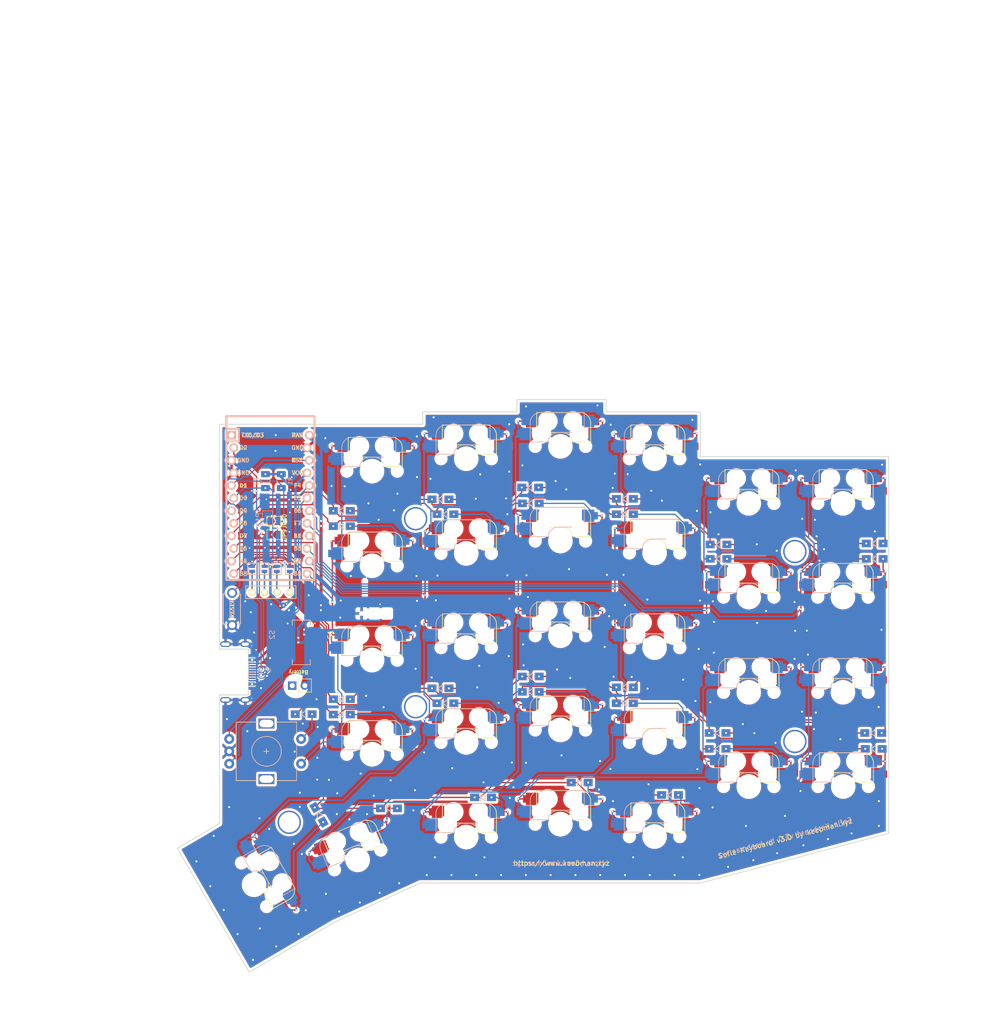
<source format=kicad_pcb>
(kicad_pcb (version 20241229) (generator "pcbnew") (generator_version "9.0")
  (layers (0 "F.Cu" signal) (2 "B.Cu" signal) (13 "F.Paste" user) (15 "B.Paste" user) (5 "F.SilkS" user "F.Silkscreen") (7 "B.SilkS" user "B.Silkscreen") (1 "F.Mask" user) (3 "B.Mask" user) (25 "Edge.Cuts" user))
  (net 0 "")
  (net 1 "Net-(D1-A)")
  (net 2 "row4")
  (net 3 "Net-(D2-A)")
  (net 4 "Net-(D3-A)")
  (net 5 "row0")
  (net 6 "Net-(D4-A)")
  (net 7 "row1")
  (net 8 "Net-(D5-A)")
  (net 9 "row2")
  (net 10 "Net-(D6-A)")
  (net 11 "row3")
  (net 12 "Net-(D7-A)")
  (net 13 "Net-(D8-A)")
  (net 14 "Net-(D9-A)")
  (net 15 "Net-(D10-A)")
  (net 16 "Net-(D11-A)")
  (net 17 "Net-(D12-A)")
  (net 18 "Net-(D13-A)")
  (net 19 "Net-(D14-A)")
  (net 20 "Net-(D15-A)")
  (net 21 "Net-(D16-A)")
  (net 22 "Net-(D17-A)")
  (net 23 "Net-(D18-A)")
  (net 24 "Net-(D19-A)")
  (net 25 "Net-(D20-A)")
  (net 26 "Net-(D21-A)")
  (net 27 "Net-(D22-A)")
  (net 28 "Net-(D23-A)")
  (net 29 "Net-(D24-A)")
  (net 30 "Net-(D26-A)")
  (net 31 "Net-(D27-A)")
  (net 32 "Net-(D28-A)")
  (net 33 "VCC")
  (net 34 "GND")
  (net 35 "col0")
  (net 36 "col1")
  (net 37 "col2")
  (net 38 "col3")
  (net 39 "col4")
  (net 40 "SDA")
  (net 41 "LED")
  (net 42 "SCL")
  (net 43 "RESET")
  (net 44 "Net-(D29-A)")
  (net 45 "DATA")
  (net 46 "Net-(D30-A)")
  (net 47 "Net-(J3-P3)")
  (net 48 "Net-(J3-P1)")
  (net 49 "Net-(J3-P2)")
  (net 50 "Net-(J3-P4)")
  (net 51 "SW25B")
  (net 52 "SW25A")
  (net 53 "ENCB")
  (net 54 "ENCA")
  (net 55 "/i2c_c")
  (net 56 "/i2c_d")
  (net 60 "Net-(U1-RAW)")
  (net 63 "Net-(J2-Pin_2)")
  (footprint "SofleKeyboard-footprint:HOLE_M2_TH" (layer "F.Cu") (at 129.3 59.6)
    (property "Reference" "TH3" (hide yes))
    (property "Value" "HOLE" (hide yes))
  )
  (footprint "SofleKeyboard-footprint:HOLE_M2_TH" (layer "F.Cu") (at 205.8 66.21)
    (property "Reference" "TH4" (hide yes))
    (property "Value" "HOLE" (hide yes))
  )
  (footprint "SofleKeyboard-footprint:HOLE_M2_TH" (layer "F.Cu") (at 205.8 104.51)
    (property "Reference" "TH6" (hide yes))
    (property "Value" "HOLE" (hide yes))
  )
  (footprint "SofleKeyboard-footprint:HOLE_M2_TH" (layer "F.Cu") (at 103.8 120.81 90)
    (property "Reference" "TH7" (hide yes))
    (property "Value" "HOLE" (hide yes))
  )
  (footprint "SofleKeyboard-footprint:ArduinoProMicro-ZigZag-DoubleSided" (layer "F.Cu") (at 100 56.71 -90)
    (property "Reference" "U1" (hide yes))
    (property "Value" "ProMicro" (hide yes))
  )
  (footprint "SofleKeyboard-footprint:Jumper" (layer "F.Cu") (at 103.9 69.7 90)
    (property "Reference" "JP1" (hide yes))
    (property "Value" "Jumper_NO_Small" (hide yes))
  )
  (footprint "SofleKeyboard-footprint:Jumper" (layer "F.Cu") (at 101.3 69.7 90)
    (property "Reference" "JP2" (hide yes))
    (property "Value" "Jumper_NO_Small" (hide yes))
  )
  (footprint "SofleKeyboard-footprint:Jumper" (layer "F.Cu") (at 98.8 69.7 90)
    (property "Reference" "JP3" (hide yes))
    (property "Value" "Jumper_NO_Small" (hide yes))
  )
  (footprint "SofleKeyboard-footprint:Diode_SOD123" (layer "F.Cu") (at 114.4 58)
    (property "Reference" "D1" (hide yes))
    (property "Value" "D" (hide yes))
  )
  (footprint "SofleKeyboard-footprint:Diode_SOD123" (layer "F.Cu") (at 134.3 55.7)
    (property "Reference" "D2" (hide yes))
    (property "Value" "D" (hide yes))
  )
  (footprint "SofleKeyboard-footprint:Diode_SOD123" (layer "F.Cu") (at 152.4 53.3)
    (property "Reference" "D3" (hide yes))
    (property "Value" "D" (hide yes))
  )
  (footprint "SofleKeyboard-footprint:Diode_SOD123" (layer "F.Cu") (at 171.5 55.6)
    (property "Reference" "D4" (hide yes))
    (property "Value" "D" (hide yes))
  )
  (footprint "SofleKeyboard-footprint:Diode_SOD123" (layer "F.Cu") (at 190.4 64.8)
    (property "Reference" "D5" (hide yes))
    (property "Value" "D" (hide yes))
  )
  (footprint "SofleKeyboard-footprint:Diode_SOD123" (layer "F.Cu") (at 221.9 64.6)
    (property "Reference" "D6" (hide yes))
    (property "Value" "D" (hide yes))
  )
  (footprint "SofleKeyboard-footprint:Diode_SOD123" (layer "F.Cu") (at 114.4 61.1)
    (property "Reference" "D7" (hide yes))
    (property "Value" "D" (hide yes))
  )
  (footprint "SofleKeyboard-footprint:Diode_SOD123" (layer "F.Cu") (at 135.3 58.7)
    (property "Reference" "D8" (hide yes))
    (property "Value" "D" (hide yes))
  )
  (footprint "SofleKeyboard-footprint:Diode_SOD123" (layer "F.Cu") (at 152.5 56.5)
    (property "Reference" "D9" (hide yes))
    (property "Value" "D" (hide yes))
  )
  (footprint "SofleKeyboard-footprint:Diode_SOD123" (layer "F.Cu") (at 171.5 58.7)
    (property "Reference" "D10" (hide yes))
    (property "Value" "D" (hide yes))
  )
  (footprint "SofleKeyboard-footprint:Diode_SOD123" (layer "F.Cu") (at 190.4 67.7)
    (property "Reference" "D11" (hide yes))
    (property "Value" "D" (hide yes))
  )
  (footprint "SofleKeyboard-footprint:Diode_SOD123" (layer "F.Cu") (at 221.9 67.7)
    (property "Reference" "D12" (hide yes))
    (property "Value" "D" (hide yes))
  )
  (footprint "SofleKeyboard-footprint:Diode_SOD123" (layer "F.Cu") (at 114.4 96)
    (property "Reference" "D13" (hide yes))
    (property "Value" "D" (hide yes))
  )
  (footprint "SofleKeyboard-footprint:Diode_SOD123" (layer "F.Cu") (at 134.3 93.8)
    (property "Reference" "D14" (hide yes))
    (property "Value" "D" (hide yes))
  )
  (footprint "SofleKeyboard-footprint:Diode_SOD123" (layer "F.Cu") (at 152.5 91.4)
    (property "Reference" "D15" (hide yes))
    (property "Value" "D" (hide yes))
  )
  (footprint "SofleKeyboard-footprint:Diode_SOD123" (layer "F.Cu") (at 171.5 93.6)
    (property "Reference" "D16" (hide yes))
    (property "Value" "D" (hide yes))
  )
  (footprint "SofleKeyboard-footprint:Diode_SOD123" (layer "F.Cu") (at 190.2 102.8)
    (property "Reference" "D17" (hide yes))
    (property "Value" "D" (hide yes))
  )
  (footprint "SofleKeyboard-footprint:Diode_SOD123" (layer "F.Cu") (at 221.6 102.8)
    (property "Reference" "D18" (hide yes))
    (property "Value" "D" (hide yes))
  )
  (footprint "SofleKeyboard-footprint:Diode_SOD123" (layer "F.Cu") (at 114.4 99.1)
    (property "Reference" "D19" (hide yes))
    (property "Value" "D" (hide yes))
  )
  (footprint "SofleKeyboard-footprint:Diode_SOD123" (layer "F.Cu") (at 135.3 96.8)
    (property "Reference" "D20" (hide yes))
    (property "Value" "D" (hide yes))
  )
  (footprint "SofleKeyboard-footprint:Diode_SOD123" (layer "F.Cu") (at 152.5 94.5)
    (property "Reference" "D21" (hide yes))
    (property "Value" "D" (hide yes))
  )
  (footprint "SofleKeyboard-footprint:Diode_SOD123" (layer "F.Cu") (at 171.5 96.8)
    (property "Reference" "D22" (hide yes))
    (property "Value" "D" (hide yes))
  )
  (footprint "SofleKeyboard-footprint:Diode_SOD123" (layer "F.Cu") (at 190.2 106)
    (property "Reference" "D23" (hide yes))
    (property "Value" "D" (hide yes))
  )
  (footprint "SofleKeyboard-footprint:Diode_SOD123" (layer "F.Cu") (at 221.7 106)
    (property "Reference" "D24" (hide yes))
    (property "Value" "D" (hide yes))
  )
  (footprint "SofleKeyboard-footprint:Diode_SOD123" (layer "F.Cu") (at 106.7 99.01)
    (property "Reference" "D25" (hide yes))
    (property "Value" "D" (hide yes))
  )
  (footprint "SofleKeyboard-footprint:Diode_SOD123" (layer "F.Cu") (at 109.8 119.3 -60)
    (property "Reference" "D26" (hide yes))
    (property "Value" "D" (hide yes))
  )
  (footprint "SofleKeyboard-footprint:Diode_SOD123" (layer "F.Cu") (at 123.9 118)
    (property "Reference" "D27" (hide yes))
    (property "Value" "D" (hide yes))
  )
  (footprint "SofleKeyboard-footprint:Diode_SOD123" (layer "F.Cu") (at 142.9 115.8)
    (property "Reference" "D28" (hide yes))
    (property "Value" "D" (hide yes))
  )
  (footprint "SofleKeyboard-footprint:Diode_SOD123" (layer "F.Cu") (at 162.4 112.81)
    (property "Reference" "D29" (hide yes))
    (property "Value" "D" (hide yes))
  )
  (footprint "SofleKeyboard-footprint:CherryMX_Hotswap" (layer "F.Cu") (at 120.5 50)
    (property "Reference" "SW1" (hide yes))
    (property "Value" "SW_PUSH" (hide yes))
  )
  (footprint "SofleKeyboard-footprint:CherryMX_Hotswap" (layer "F.Cu") (at 120.5 69.1)
    (property "Reference" "SW7" (hide yes))
    (property "Value" "SW_PUSH" (hide yes))
  )
  (footprint "SofleKeyboard-footprint:CherryMX_Hotswap" (layer "F.Cu") (at 120.5 88.1)
    (property "Reference" "SW13" (hide yes))
    (property "Value" "SW_PUSH" (hide yes))
  )
  (footprint "SofleKeyboard-footprint:CherryMX_Hotswap" (layer "F.Cu") (at 120.5 107.1)
    (property "Reference" "SW19" (hide yes))
    (property "Value" "SW_PUSH" (hide yes))
  )
  (footprint "SofleKeyboard-footprint:CherryMX_Hotswap_1.5" (layer "F.Cu") (at 96.7 133.41 -60)
    (property "Reference" "SW26" (hide yes))
    (property "Value" "SW_PUSH" (hide yes))
  )
  (footprint "SofleKeyboard-footprint:CherryMX_Hotswap" (layer "F.Cu") (at 117.6 128.4 23)
    (property "Reference" "SW27" (hide yes))
    (property "Value" "SW_PUSH" (hide yes))
  )
  (footprint "SofleKeyboard-footprint:CherryMX_Hotswap" (layer "F.Cu") (at 139.5 123.8)
    (property "Reference" "SW28" (hide yes))
    (property "Value" "SW_PUSH" (hide yes))
  )
  (footprint "SofleKeyboard-footprint:CherryMX_Hotswap" (layer "F.Cu") (at 158.5 121.2)
    (property "Reference" "SW29" (hide yes))
    (property "Value" "SW_PUSH" (hide yes))
  )
  (footprint "SofleKeyboard-footprint:Jumper" (layer "F.Cu") (at 96.3 69.7 90)
    (property "Reference" "JP4" (hide yes))
    (property "Value" "Jumper_NO_Small" (hide yes))
  )
  (footprint "SofleKeyboard-footprint:OLED_4Pin" (layer "F.Cu") (at 96.3 74.41)
    (property "Reference" "J3" (hide yes))
    (property "Value" "OLED" (hide yes))
  )
  (footprint "SofleKeyboard-footprint:Diode_SOD123" (layer "F.Cu") (at 180.6 115.31)
    (property "Reference" "D30" (hide yes))
    (property "Value" "D" (hide yes))
  )
  (footprint "SofleKeyboard-footprint:CherryMX_Hotswap" (layer "F.Cu") (at 139.5 85.6)
    (property "Reference" "SW14" (hide yes))
    (property "Value" "SW_PUSH" (hide yes))
  )
  (footprint "SofleKeyboard-footprint:CherryMX_Hotswap" (layer "F.Cu") (at 139.5 104.7)
    (property "Reference" "SW20" (hide yes))
    (property "Value" "SW_PUSH" (hide yes))
  )
  (footprint "SofleKeyboard-footprint:CherryMX_Hotswap" (layer "F.Cu") (at 139.5 66.6)
    (property "Reference" "SW8" (hide yes))
    (property "Value" "SW_PUSH" (hide yes))
  )
  (footprint "SofleKeyboard-footprint:CherryMX_Hotswap" (layer "F.Cu") (at 139.5 47.5)
    (property "Reference" "SW2" (hide yes))
    (property "Value" "SW_PUSH" (hide yes))
  )
  (footprint "SofleKeyboard-footprint:CherryMX_Hotswap" (layer "F.Cu") (at 158.5 83.2)
    (property "Reference" "SW15" (hide yes))
    (property "Value" "SW_PUSH" (hide yes))
  )
  (footprint "SofleKeyboard-footprint:CherryMX_Hotswap" (layer "F.Cu") (at 158.5 45.01)
    (property "Reference" "SW3" (hide yes))
    (property "Value" "SW_PUSH" (hide yes))
  )
  (footprint "SofleKeyboard-footprint:CherryMX_Hotswap" (layer "F.Cu") (at 158.5 64.1)
    (property "Reference" "SW9" (hide yes))
    (property "Value" "SW_PUSH" (hide yes))
  )
  (footprint "SofleKeyboard-footprint:CherryMX_Hotswap" (layer "F.Cu") (at 158.5 102.2)
    (property "Reference" "SW21" (hide yes))
    (property "Value" "SW_PUSH" (hide yes))
  )
  (footprint "SofleKeyboard-footprint:CherryMX_Hotswap" (layer "F.Cu") (at 177.5 104.7)
    (property "Reference" "SW22" (hide yes))
    (property "Value" "SW_PUSH" (hide yes))
  )
  (footprint "SofleKeyboard-footprint:CherryMX_Hotswap" (layer "F.Cu") (at 177.5 66.5)
    (property "Reference" "SW10" (hide yes))
    (property "Value" "SW_PUSH" (hide yes))
  )
  (footprint "SofleKeyboard-footprint:CherryMX_Hotswap" (layer "F.Cu") (at 177.5 123.7)
    (property "Reference" "SW30" (hide yes))
    (property "Value" "SW_PUSH" (hide yes))
  )
  (footprint "SofleKeyboard-footprint:CherryMX_Hotswap" (layer "F.Cu") (at 177.5 85.6)
    (property "Reference" "SW16" (hide yes))
    (property "Value" "SW_PUSH" (hide yes))
  )
  (footprint "SofleKeyboard-footprint:CherryMX_Hotswap" (layer "F.Cu") (at 177.5 47.5)
    (property "Reference" "SW4" (hide yes))
    (property "Value" "SW_PUSH" (hide yes))
  )
  (footprint "SofleKeyboard-footprint:CherryMX_Hotswap" (layer "F.Cu") (at 196.5 56.5)
    (property "Reference" "SW5" (hide yes))
    (property "Value" "SW_PUSH" (hide yes))
  )
  (footprint "SofleKeyboard-footprint:CherryMX_Hotswap" (layer "F.Cu") (at 196.5 113.6)
    (property "Reference" "SW23" (hide yes))
    (property "Value" "SW_PUSH" (hide yes))
  )
  (footprint "SofleKeyboard-footprint:CherryMX_Hotswap" (layer "F.Cu") (at 215.5 94.6)
    (property "Reference" "SW18" (hide yes))
    (property "Value" "SW_PUSH" (hide yes))
  )
  (footprint "SofleKeyboard-footprint:CherryMX_Hotswap" (layer "F.Cu") (at 215.55 113.6)
    (property "Reference" "SW24" (hide yes))
    (property "Value" "SW_PUSH" (hide yes))
  )
  (footprint "SofleKeyboard-footprint:CherryMX_Hotswap" (layer "F.Cu") (at 215.5 56.5)
    (property "Reference" "SW6" (hide yes))
    (property "Value" "SW_PUSH" (hide yes))
  )
  (footprint "SofleKeyboard-footprint:CherryMX_Hotswap" (layer "F.Cu") (at 215.5 75.4)
    (property "Reference" "SW12" (hide yes))
    (property "Value" "SW_PUSH" (hide yes))
  )
  (footprint "SofleKeyboard-footprint:CherryMX_Hotswap" (layer "F.Cu") (at 196.5 94.6)
    (property "Reference" "SW17" (hide yes))
    (property "Value" "SW_PUSH" (hide yes))
  )
  (footprint "SofleKeyboard-footprint:CherryMX_Hotswap" (layer "F.Cu") (at 196.5 75.4)
    (property "Reference" "SW11" (hide yes))
    (property "Value" "SW_PUSH" (hide yes))
  )
  (footprint "SofleKeyboard-footprint:HOLE_M2_TH" (layer "F.Cu") (at 129.3 97.51)
    (property "Reference" "TH5" (hide yes))
    (property "Value" "HOLE" (hide yes))
  )
  (footprint "SofleKeyboard-footprint:RotaryEncoder_Alps_EC11E-Switch_Vertical_H20mm-keebio_modified" (layer "F.Cu") (at 99.2 106.5)
    (property "Reference" "SW25" (hide yes))
    (property "Value" "Rotary_Encoder_Switch")
  )
  (footprint "Jumper:SolderJumper-2_P1.3mm_Open_TrianglePad1.0x1.5mm" (layer "F.Cu") (at 100.7 62.81 180)
    (property "Reference" "JP9")
    (property "Value" "I2CSCL")
  )
  (footprint "Jumper:SolderJumper-2_P1.3mm_Open_TrianglePad1.0x1.5mm" (layer "F.Cu") (at 100.675 60.11)
    (property "Reference" "JP10")
    (property "Value" "IC2SDA")
  )
  (footprint "SofleKeyboard-footprint:TACT_SWITCH_TVBP06" (layer "F.Cu") (at 92.28 77.802 90)
    (property "Reference" "RSW1" (hide yes))
    (property "Value" "SW_RST" (hide yes))
  )
  (footprint "S1:PinHeader_1x02_P2.54mm_Vertical" (layer "F.Cu") (at 104.405 93.252 90)
    (property "Reference" "J2" (hide yes))
    (property "Value" "Battery_L")
  )
  (footprint "S1:SW_JS202011SCQN" (layer "F.Cu") (at 106.23 84.552 -90)
    (property "Reference" "S1")
    (property "Value" "JS202011SCQN")
  )
  (footprint "TypeC:TYPE-C-31-M-13C" (layer "F.Cu") (at 90.94 90.512 -90)
    (property "Reference" "J4")
    (property "Value" "TYPE-C-31-M-13C")
  )
  (footprint "SofleKeyboard-footprint:R_1206_DoubleSided" (layer "B.Cu") (at 102.2 52.01 -90)
    (property "Reference" "R1")
    (property "Value" "R")
  )
  (footprint "SofleKeyboard-footprint:R_1206_DoubleSided" (layer "B.Cu") (at 99 52.01 -90)
    (property "Reference" "R2")
    (property "Value" "R")
  )
  (footprint "SofleKeyboard-footprint:Jumper" (layer "B.Cu") (at 101.3 69.7 90)
    (property "Reference" "JP6" (hide yes))
    (property "Value" "Jumper_NO_Small" (hide yes))
  )
  (footprint "SofleKeyboard-footprint:Jumper" (layer "B.Cu") (at 98.8 69.7 90)
    (property "Reference" "JP7" (hide yes))
    (property "Value" "Jumper_NO_Small" (hide yes))
  )
  (footprint "SofleKeyboard-footprint:Jumper" (layer "B.Cu") (at 96.3 69.7 90)
    (property "Reference" "JP8" (hide yes))
    (property "Value" "Jumper_NO_Small" (hide yes))
  )
  (footprint "SofleKeyboard-footprint:Jumper" (layer "B.Cu") (at 103.9 69.7 90)
    (property "Reference" "JP5" (hide yes))
    (property "Value" "Jumper_NO_Small" (hide yes))
  )
  (footprint "Jumper:SolderJumper-2_P1.3mm_Bridged2Bar_Pad1.0x1.5mm" (layer "B.Cu") (at 99.4 59.41 -90)
    (property "Reference" "JP11")
    (property "Value" "Serial")
  )
  (footprint "S1:SW_JS202011SCQN" (layer "B.Cu") (at 106.23 84.552 -90)
    (property "Reference" "S2")
    (property "Value" "JS202011SCQN")
  )
  (footprint "TypeC:TYPE-C-31-M-13C" (layer "B.Cu") (at 90.94 90.512 90)
    (property "Reference" "J5")
    (property "Value" "TYPE-C-31-M-13C")
  )
  (gr_line (start 130.73 40.552) (end 111.23 40.552) (stroke (width 0.15)) (layer "Edge.Cuts"))
  (gr_line (start 149.73 38.052) (end 130.73 38.052) (stroke (width 0.15)) (layer "Edge.Cuts"))
  (gr_line (start 149.73 35.552) (end 149.73 38.052) (stroke (width 0.15)) (layer "Edge.Cuts"))
  (gr_line (start 89.73 100.552) (end 89.73 121.052) (stroke (width 0.15)) (layer "Edge.Cuts"))
  (gr_line (start 224.73 47.052) (end 186.73 47.052) (stroke (width 0.15)) (layer "Edge.Cuts"))
  (gr_line (start 167.73 35.552) (end 149.73 35.552) (stroke (width 0.15)) (layer "Edge.Cuts"))
  (gr_line (start 186.73 47.052) (end 186.73 38.052) (stroke (width 0.15)) (layer "Edge.Cuts"))
  (gr_line (start 95.53 95.132) (end 89.73 95.132) (stroke (width 0.15)) (layer "Edge.Cuts"))
  (gr_line (start 89.73 95.132) (end 89.73 100.552) (stroke (width 0.15)) (layer "Edge.Cuts"))
  (gr_line (start 112.73 141.052) (end 130.23 133.052) (stroke (width 0.15)) (layer "Edge.Cuts"))
  (gr_line (start 130.23 133.052) (end 186.73 133.052) (stroke (width 0.15)) (layer "Edge.Cuts"))
  (gr_line (start 224.73 123.052) (end 224.73 47.052) (stroke (width 0.15)) (layer "Edge.Cuts"))
  (gr_line (start 186.73 133.052) (end 224.73 123.052) (stroke (width 0.15)) (layer "Edge.Cuts"))
  (gr_line (start 111.23 40.552) (end 89.73 40.552) (stroke (width 0.15)) (layer "Edge.Cuts"))
  (gr_line (start 130.73 38.052) (end 130.73 40.552) (stroke (width 0.15)) (layer "Edge.Cuts"))
  (gr_line (start 167.73 38.052) (end 167.73 35.552) (stroke (width 0.15)) (layer "Edge.Cuts"))
  (gr_line (start 89.73 85.891) (end 95.53 85.891) (stroke (width 0.15)) (layer "Edge.Cuts"))
  (gr_line (start 81.23 126.052) (end 95.73 151.052) (stroke (width 0.15)) (layer "Edge.Cuts"))
  (gr_line (start 89.73 121.052) (end 87.23 122.552) (stroke (width 0.15)) (layer "Edge.Cuts"))
  (gr_line (start 95.73 151.052) (end 112.73 141.052) (stroke (width 0.15)) (layer "Edge.Cuts"))
  (gr_line (start 95.53 85.891) (end 95.53 95.132) (stroke (width 0.15)) (layer "Edge.Cuts"))
  (gr_line (start 89.73 40.552) (end 89.73 85.891) (stroke (width 0.15)) (layer "Edge.Cuts"))
  (gr_line (start 186.73 38.052) (end 167.73 38.052) (stroke (width 0.15)) (layer "Edge.Cuts"))
  (gr_line (start 87.23 122.552) (end 81.23 126.052) (stroke (width 0.15)) (layer "Edge.Cuts"))
  (gr_text "Sofle Keyboard v3.0 by keebman.xyz" (at 203.83 124.102 15) (layer "F.SilkS") (effects (font (size 1 1))))
  (gr_text "https://www.keebman.xyz" (at 158.73 129.052 0) (layer "F.SilkS") (effects (font (size 1 1))))
  (gr_text "Sofle Keyboard v3.0 by keebman.xyz" (at 203.78 123.902 15) (layer "B.SilkS") (effects (font (size 1 1)) (justify mirror)))
  (gr_text "https://www.keebman.xyz" (at 158.53 129.052 0) (layer "B.SilkS") (effects (font (size 1 1)) (justify mirror)))
  (segment (start 129 49.382) (end 129 47.5) (width 0.25) (layer "F.Cu") (net 1))
  (segment (start 116.1 58) (end 120.382 58) (width 0.25) (layer "F.Cu") (net 1))
  (segment (start 120.382 58) (end 129 49.382) (width 0.25) (layer "F.Cu") (net 1))
  (segment (start 129 47.5) (end 129 44.91) (width 0.25) (layer "F.Cu") (net 1))
  (via (at 129 44.91) (size 0.4) (drill 0.3) (layers "F.Cu" "B.Cu") (net 1))
  (segment (start 127.7 44.9) (end 128.99 44.9) (width 0.25) (layer "B.Cu") (net 1))
  (segment (start 128.99 44.9) (end 129 44.91) (width 0.25) (layer "B.Cu") (net 1))
  (segment (start 110.83 97.292) (end 110.6 97.522) (width 0.25) (layer "F.Cu") (net 2))
  (segment (start 105.172 99.01) (end 105 99.01) (width 0.25) (layer "F.Cu") (net 2))
  (segment (start 110.7 116.077757) (end 110.7 98.122) (width 0.25) (layer "F.Cu") (net 2))
  (segment (start 164.35 115.31) (end 178.9 115.31) (width 0.25) (layer "F.Cu") (net 2))
  (segment (start 108.95 117.827757) (end 110.7 116.077757) (width 0.25) (layer "F.Cu") (net 2))
  (segment (start 110.6 98.022) (end 110.7 98.122) (width 0.25) (layer "F.Cu") (net 2))
  (segment (start 106.190099 69.976915) (end 106.190099 76.912099) (width 0.25) (layer "F.Cu") (net 2))
  (segment (start 124.55 115.8) (end 122.35 118) (width 0.25) (layer "F.Cu") (net 2))
  (segment (start 103.063218 66.850034) (end 106.190099 69.976915) (width 0.25) (layer "F.Cu") (net 2))
  (segment (start 110.83 81.552) (end 110.83 97.292) (width 0.25) (layer "F.Cu") (net 2))
  (segment (start 145.34 112.81) (end 160.7 112.81) (width 0.25) (layer "F.Cu") (net 2))
  (segment (start 141.2 115.8) (end 124.55 115.8) (width 0.25) (layer "F.Cu") (net 2))
  (segment (start 96.438566 66.850034) (end 103.063218 66.850034) (width 0.25) (layer "F.Cu") (net 2))
  (segment (start 160.7 112.81) (end 161.85 112.81) (width 0.25) (layer "F.Cu") (net 2))
  (segment (start 161.85 112.81) (end 164.35 115.31) (width 0.25) (layer "F.Cu") (net 2))
  (segment (start 142.35 115.8) (end 145.34 112.81) (width 0.25) (layer "F.Cu") (net 2))
  (segment (start 122.35 118) (end 122.2 118) (width 0.25) (layer "F.Cu") (net 2))
  (segment (start 109.122243 118) (end 108.95 117.827757) (width 0.25) (layer "F.Cu") (net 2))
  (segment (start 92.6086 70.68) (end 96.438566 66.850034) (width 0.25) (layer "F.Cu") (net 2))
  (segment (start 110.6 97.522) (end 110.35 97.772) (width 0.25) (layer "F.Cu") (net 2))
  (segment (start 141.2 115.8) (end 142.35 115.8) (width 0.25) (layer "F.Cu") (net 2))
  (segment (start 109.9 97.522) (end 106.66 97.522) (width 0.25) (layer "F.Cu") (net 2))
  (segment (start 110.7 98.122) (end 110.35 97.772) (width 0.25) (layer "F.Cu") (net 2))
  (segment (start 106.190099 76.912099) (end 110.83 81.552) (width 0.25) (layer "F.Cu") (net 2))
  (segment (start 141.35 115.8) (end 141.2 115.8) (width 0.25) (layer "F.Cu") (net 2))
  (segment (start 110.35 97.772) (end 110.1 97.522) (width 0.25) (layer "F.Cu") (net 2))
  (segment (start 109.9 97.522) (end 110.6 97.522) (width 0.25) (layer "F.Cu") (net 2))
  (segment (start 106.66 97.522) (end 105.172 99.01) (width 0.25) (layer "F.Cu") (net 2))
  (segment (start 110.6 97.522) (end 110.6 98.022) (width 0.25) (layer "F.Cu") (net 2))
  (segment (start 110.1 97.522) (end 109.9 97.522) (width 0.25) (layer "F.Cu") (net 2))
  (segment (start 122.2 118) (end 109.122243 118) (width 0.25) (layer "F.Cu") (net 2))
  (segment (start 139.382 55.7) (end 148 47.082) (width 0.25) (layer "F.Cu") (net 3))
  (segment (start 147.6 42.5) (end 147.6 43.86) (width 0.25) (layer "F.Cu") (net 3))
  (segment (start 136 55.7) (end 139.382 55.7) (width 0.25) (layer "F.Cu") (net 3))
  (segment (start 148 45.1) (end 146.44 45.1) (width 0.25) (layer "F.Cu") (net 3))
  (segment (start 148 47.082) (end 148 45) (width 0.25) (layer "F.Cu") (net 3))
  (segment (start 146.44 45.1) (end 146.4 45.06) (width 0.25) (layer "F.Cu") (net 3))
  (segment (start 147.6 43.86) (end 146.4 45.06) (width 0.25) (layer "F.Cu") (net 3))
  (via (at 147.6 42.5) (size 0.4) (drill 0.3) (layers "F.Cu" "B.Cu") (net 3))
  (segment (start 145.1 42.52) (end 146.68 42.52) (width 0.25) (layer "B.Cu") (net 3))
  (segment (start 146.68 42.52) (end 146.7 42.5) (width 0.25) (layer "B.Cu") (net 3))
  (segment (start 146.7 42.5) (end 147.6 42.5) (width 0.25) (layer "B.Cu") (net 3))
  (segment (start 167 44.502) (end 167 42.51) (width 0.25) (layer "F.Cu") (net 4))
  (segment (start 167 42.51) (end 167 40.01) (width 0.25) (layer "F.Cu") (net 4))
  (segment (start 154.1 53.3) (end 158.202 53.3) (width 0.25) (layer "F.Cu") (net 4))
  (segment (start 158.202 53.3) (end 167 44.502) (width 0.25) (layer "F.Cu") (net 4))
  (segment (start 167 40.01) (end 166.9 39.91) (width 0.25) (layer "F.Cu") (net 4))
  (via (at 166.9 39.91) (size 0.4) (drill 0.3) (layers "F.Cu" "B.Cu") (net 4))
  (segment (start 165.7 39.91) (end 166.9 39.91) (width 0.25) (layer "B.Cu") (net 4))
  (segment (start 182.688402 57.17499) (end 188.7 63.186588) (width 0.25) (layer "F.Cu") (net 5))
  (segment (start 112.7 57) (end 112.7 58) (width 0.25) (layer "F.Cu") (net 5))
  (segment (start 132.6 55.7) (end 123.401002 55.7) (width 0.25) (layer "F.Cu") (net 5))
  (segment (start 106.814775 54.238699) (end 109.938699 54.238699) (width 0.25) (layer "F.Cu") (net 5))
  (segment (start 106.190099 54.863375) (end 106.814775 54.238699) (width 0.25) (layer "F.Cu") (net 5))
  (segment (start 188.7 63.186588) (end 188.7 64.8) (width 0.25) (layer "F.Cu") (net 5))
  (segment (start 189.85 64.8) (end 190.925001 65.875001) (width 0.25) (layer "F.Cu") (net 5))
  (segment (start 109.938699 54.238699) (end 112.7 57) (width 0.25) (layer "F.Cu") (net 5))
  (segment (start 113.925001 59.075001) (end 112.85 58) (width 0.25) (layer "F.Cu") (net 5))
  (segment (start 150.85 53.3) (end 150.7 53.3) (width 0.25) (layer "F.Cu") (net 5))
  (segment (start 120.026001 59.075001) (end 113.925001 59.075001) (width 0.25) (layer "F.Cu") (net 5))
  (segment (start 169.8 55.6) (end 169.8 56.6) (width 0.25) (layer "F.Cu") (net 5))
  (segment (start 98.265225 54.863375) (end 106.190099 54.863375) (width 0.25) (layer "F.Cu") (net 5))
  (segment (start 199.756999 65.875001) (end 203.68 61.952) (width 0.25) (layer "F.Cu") (net 5))
  (segment (start 132.675001 56.775001) (end 148.224999 56.775001) (width 0.25) (layer "F.Cu") (net 5))
  (segment (start 112.85 58) (end 112.7 58) (width 0.25) (layer "F.Cu") (net 5))
  (segment (start 123.401002 55.7) (end 120.026001 59.075001) (width 0.25) (layer "F.Cu") (net 5))
  (segment (start 132.75 55.7) (end 132.6 55.7) (width 0.25) (layer "F.Cu") (net 5))
  (segment (start 188.7 64.8) (end 189.85 64.8) (width 0.25) (layer "F.Cu") (net 5))
  (segment (start 132.6 55.7) (end 132.6 56.7) (width 0.25) (layer "F.Cu") (net 5))
  (segment (start 188.9 64.8) (end 188.7 64.8) (width 0.25) (layer "F.Cu") (net 5))
  (segment (start 150.7 53.3) (end 151.85 53.3) (width 0.25) (layer "F.Cu") (net 5))
  (segment (start 170.37499 57.17499) (end 182.688402 57.17499) (width 0.25) (layer "F.Cu") (net 5))
  (segment (start 190.925001 65.875001) (end 199.756999 65.875001) (width 0.25) (layer "F.Cu") (net 5))
  (segment (start 169.8 56.6) (end 170.37499 57.17499) (width 0.25) (layer "F.Cu") (net 5))
  (segment (start 203.68 61.952) (end 207.03 61.952) (width 0.25) (layer "F.Cu") (net 5))
  (segment (start 209.678 64.6) (end 220.2 64.6) (width 0.25) (layer "F.Cu") (net 5))
  (segment (start 92.6086 60.52) (end 98.265225 54.863375) (width 0.25) (layer "F.Cu") (net 5))
  (segment (start 150.7 54.3) (end 150.7 53.3) (width 0.25) (layer "F.Cu") (net 5))
  (segment (start 168.024989 54.974989) (end 168.65 55.6) (width 0.25) (layer "F.Cu") (net 5))
  (segment (start 148.224999 56.775001) (end 150.7 54.3) (width 0.25) (layer "F.Cu") (net 5))
  (segment (start 207.03 61.952) (end 209.678 64.6) (width 0.25) (layer "F.Cu") (net 5))
  (segment (start 168.65 55.6) (end 169.8 55.6) (width 0.25) (layer "F.Cu") (net 5))
  (segment (start 151.85 53.3) (end 153.524989 54.974989) (width 0.25) (layer "F.Cu") (net 5))
  (segment (start 170 55.6) (end 169.8 55.6) (width 0.25) (layer "F.Cu") (net 5))
  (segment (start 132.6 56.7) (end 132.675001 56.775001) (width 0.25) (layer "F.Cu") (net 5))
  (segment (start 153.524989 54.974989) (end 168.024989 54.974989) (width 0.25) (layer "F.Cu") (net 5))
  (segment (start 173.2 55.6) (end 177.552 55.6) (width 0.25) (layer "F.Cu") (net 6))
  (segment (start 186 47.152) (end 186 45) (width 0.25) (layer "F.Cu") (net 6))
  (segment (start 177.552 55.6) (end 186 47.152) (width 0.25) (layer "F.Cu") (net 6))
  (segment (start 186 42.41) (end 186 45) (width 0.25) (layer "F.Cu") (net 6))
  (via (at 186 42.41) (size 0.4) (drill 0.3) (layers "F.Cu" "B.Cu") (net 6))
  (segment (start 185.99 42.4) (end 186 42.41) (width 0.25) (layer "B.Cu") (net 6))
  (segment (start 184.7 42.4) (end 185.99 42.4) (width 0.25) (layer "B.Cu") (net 6))
  (segment (start 187.474999 67.624999) (end 187.55 67.7) (width 0.25) (layer "F.Cu") (net 7))
  (segment (start 133.75 58.7) (end 133.6 58.7) (width 0.25) (layer "F.Cu") (net 7))
  (segment (start 92.1514 62.755126) (end 98.127827 56.778699) (width 0.25) (layer "F.Cu") (net 7))
  (segment (start 92.1514 63.06) (end 92.1514 62.755126) (width 0.25) (layer "F.Cu") (net 7))
  (segment (start 133.3 58.7) (end 131.1 56.5) (width 0.25) (layer "F.Cu") (net 7))
  (segment (start 188.7 67.7) (end 189.85 67.7) (width 0.25) (layer "F.Cu") (net 7))
  (segment (start 199.772 66.51) (end 203.63 62.652) (width 0.25) (layer "F.Cu") (net 7))
  (segment (start 133.6 57.7) (end 134.074989 57.225011) (width 0.25) (layer "F.Cu") (net 7))
  (segment (start 211.878 67.7) (end 220.2 67.7) (width 0.25) (layer "F.Cu") (net 7))
  (segment (start 133.6 58.7) (end 133.6 57.7) (width 0.25) (layer "F.Cu") (net 7))
  (segment (start 169.8 58.7) (end 170.95 58.7) (width 0.25) (layer "F.Cu") (net 7))
  (segment (start 150.8 56.5) (end 151.95 56.5) (width 0.25) (layer "F.Cu") (net 7))
  (segment (start 148.536989 57.225011) (end 149.262 56.5) (width 0.25) (layer "F.Cu") (net 7))
  (segment (start 119.712413 60.024999) (end 113.925001 60.024999) (width 0.25) (layer "F.Cu") (net 7))
  (segment (start 108.676699 56.778699) (end 111.55 59.652) (width 0.25) (layer "F.Cu") (net 7))
  (segment (start 170 58.7) (end 169.8 58.7) (width 0.25) (layer "F.Cu") (net 7))
  (segment (start 153.025001 55.424999) (end 165.374999 55.424999) (width 0.25) (layer "F.Cu") (net 7))
  (segment (start 111.55 59.652) (end 111.55 60.1) (width 0.25) (layer "F.Cu") (net 7))
  (segment (start 150.95 56.5) (end 150.8 56.5) (width 0.25) (layer "F.Cu") (net 7))
  (segment (start 112.55 61.1) (end 112.7 61.1) (width 0.25) (layer "F.Cu") (net 7))
  (segment (start 131.1 56.5) (end 123.237412 56.5) (width 0.25) (layer "F.Cu") (net 7))
  (segment (start 170.95 58.7) (end 172.025001 57.624999) (width 0.25) (layer "F.Cu") (net 7))
  (segment (start 113.925001 60.024999) (end 112.85 61.1) (width 0.25) (layer "F.Cu") (net 7))
  (segment (start 172.025001 57.624999) (end 182.502001 57.624999) (width 0.25) (layer "F.Cu") (net 7))
  (segment (start 168.65 58.7) (end 169.8 58.7) (width 0.25) (layer "F.Cu") (net 7))
  (segment (start 134.074989 57.225011) (end 148.536989 57.225011) (width 0.25) (layer "F.Cu") (net 7))
  (segment (start 206.83 62.652) (end 211.878 67.7) (width 0.25) (layer "F.Cu") (net 7))
  (segment (start 165.374999 55.424999) (end 168.65 58.7) (width 0.25) (layer "F.Cu") (net 7))
  (segment (start 191.04 66.51) (end 199.772 66.51) (width 0.25) (layer "F.Cu") (net 7))
  (segment (start 187.474999 62.597997) (end 187.474999 67.624999) (width 0.25) (layer "F.Cu") (net 7))
  (segment (start 112.85 61.1) (end 112.7 61.1) (width 0.25) (layer "F.Cu") (net 7))
  (segment (start 149.262 56.5) (end 150.8 56.5) (width 0.25) (layer "F.Cu") (net 7))
  (segment (start 150.8 56.5) (end 150.6 56.7) (width 0.25) (layer "F.Cu") (net 7))
  (segment (start 189.85 67.7) (end 191.04 66.51) (width 0.25) (layer "F.Cu") (net 7))
  (segment (start 203.63 62.652) (end 206.83 62.652) (width 0.25) (layer "F.Cu") (net 7))
  (segment (start 111.55 60.1) (end 112.55 61.1) (width 0.25) (layer "F.Cu") (net 7))
  (segment (start 133.6 58.7) (end 133.3 58.7) (width 0.25) (layer "F.Cu") (net 7))
  (segment (start 182.502001 57.624999) (end 187.474999 62.597997) (width 0.25) (layer "F.Cu") (net 7))
  (segment (start 98.127827 56.778699) (end 108.676699 56.778699) (width 0.25) (layer "F.Cu") (net 7))
  (segment (start 123.237412 56.5) (end 119.712413 60.024999) (width 0.25) (layer "F.Cu") (net 7))
  (segment (start 187.55 67.7) (end 188.7 67.7) (width 0.25) (layer "F.Cu") (net 7))
  (segment (start 151.95 56.5) (end 153.025001 55.424999) (width 0.25) (layer "F.Cu") (net 7))
  (segment (start 192.1 64.8) (end 196.262 64.8) (width 0.25) (layer "F.Cu") (net 8))
  (segment (start 205 54) (end 205 51.41) (width 0.25) (layer "F.Cu") (net 8))
  (segment (start 196.262 64.8) (end 205 56.062) (width 0.25) (layer "F.Cu") (net 8))
  (segment (start 205 56.062) (end 205 54) (width 0.25) (layer "F.Cu") (net 8))
  (via (at 205 51.41) (size 0.4) (drill 0.3) (layers "F.Cu" "B.Cu") (net 8))
  (segment (start 205 51.41) (end 203.71 51.41) (width 0.25) (layer "B.Cu") (net 8))
  (segment (start 203.71 51.41) (end 203.7 51.4) (width 0.25) (layer "B.Cu") (net 8))
  (segment (start 203.475991 100.172) (end 209.78 100.172) (width 0.25) (layer "F.Cu") (net 9))
  (segment (start 182.588402 95.27499) (end 188.5 101.186588) (width 0.25) (layer "F.Cu") (net 9))
  (segment (start 188.5 102.8) (end 188.35 102.8) (width 0.25) (layer "F.Cu") (net 9))
  (segment (start 112.8 96) (end 112.7 96) (width 0.25) (layer "F.Cu") (net 9))
  (segment (start 92.6086 65.6) (end 93.68 64.552) (width 0.25) (layer "F.Cu") (net 9))
  (segment (start 150.8 91.4) (end 151.95 91.4) (width 0.25) (layer "F.Cu") (net 9))
  (segment (start 123.6 93.8) (end 120.3 97.1) (width 0.25) (layer "F.Cu") (net 9))
  (segment (start 113.9 97.1) (end 112.8 96) (width 0.25) (layer "F.Cu") (net 9))
  (segment (start 132.6 93.8) (end 123.6 93.8) (width 0.25) (layer "F.Cu") (net 9))
  (segment (start 111.73 81.052) (end 109.18 78.502) (width 0.25) (layer "F.Cu") (net 9))
  (segment (start 188.5 102.8) (end 189.65 102.8) (width 0.25) (layer "F.Cu") (net 9))
  (segment (start 93.68 64.552) (end 93.809901 64.398699) (width 0.25) (layer "F.Cu") (net 9))
  (segment (start 149.9 92.3) (end 150.8 91.4) (width 0.25) (layer "F.Cu") (net 9))
  (segment (start 188.5 101.186588) (end 188.5 102.8) (width 0.25) (layer "F.Cu") (net 9))
  (segment (start 120.3 97.1) (end 113.9 97.1) (width 0.25) (layer "F.Cu") (net 9))
  (segment (start 170 93.6) (end 169.8 93.6) (width 0.25) (layer "F.Cu") (net 9))
  (segment (start 153.524989 92.974989) (end 168.024989 92.974989) (width 0.25) (layer "F.Cu") (net 9))
  (segment (start 133.85 94.9) (end 132.75 93.8) (width 0.25) (layer "F.Cu") (net 9))
  (segment (start 132.75 93.8) (end 132.6 93.8) (width 0.25) (layer "F.Cu") (net 9))
  (segment (start 169.8 93.6) (end 169.8 94.6) (width 0.25) (layer "F.Cu") (net 9))
  (segment (start 147.05 94.9) (end 133.85 94.9) (width 0.25) (layer "F.Cu") (net 9))
  (segment (start 170.474989 95.274989) (end 182.588402 95.27499) (width 0.25) (layer "F.Cu") (net 9))
  (segment (start 190.725001 103.875001) (end 199.77299 103.875001) (width 0.25) (layer "F.Cu") (net 9))
  (segment (start 93.833301 64.398699) (end 93.68 64.552) (width 0.25) (layer "F.Cu") (net 9))
  (segment (start 212.408 102.8) (end 219.9 102.8) (width 0.25) (layer "F.Cu") (net 9))
  (segment (start 109.18 64.882) (end 108.696699 64.398699) (width 0.25) (layer "F.Cu") (net 9))
  (segment (start 189.65 102.8) (end 190.725001 103.875001) (width 0.25) (layer "F.Cu") (net 9))
  (segment (start 150.95 91.4) (end 150.8 91.4) (width 0.25) (layer "F.Cu") (net 9))
  (segment (start 111.73 95.03) (end 111.73 81.052) (width 0.25) (layer "F.Cu") (net 9))
  (segment (start 109.18 78.502) (end 109.18 64.882) (width 0.25) (layer "F.Cu") (net 9))
  (segment (start 168.65 93.6) (end 169.8 93.6) (width 0.25) (layer "F.Cu") (net 9))
  (segment (start 169.8 94.6) (end 170.474989 95.274989) (width 0.25) (layer "F.Cu") (net 9))
  (segment (start 209.78 100.172) (end 212.408 102.8) (width 0.25) (layer "F.Cu") (net 9))
  (segment (start 149.65 92.3) (end 147.05 94.9) (width 0.25) (layer "F.Cu") (net 9))
  (segment (start 112.7 96) (end 111.73 95.03) (width 0.25) (layer "F.Cu") (net 9))
  (segment (start 199.77299 103.875001) (end 203.475991 100.172) (width 0.25) (layer "F.Cu") (net 9))
  (segment (start 151.95 91.4) (end 153.524989 92.974989) (width 0.25) (layer "F.Cu") (net 9))
  (segment (start 149.65 92.3) (end 149.9 92.3) (width 0.25) (layer "F.Cu") (net 9))
  (segment (start 108.696699 64.398699) (end 93.833301 64.398699) (width 0.25) (layer "F.Cu") (net 9))
  (segment (start 168.024989 92.974989) (end 168.65 93.6) (width 0.25) (layer "F.Cu") (net 9))
  (segment (start 224 51.41) (end 224 51.692842) (width 0.25) (layer "F.Cu") (net 10))
  (segment (start 224 64.2) (end 223.6 64.6) (width 0.25) (layer "F.Cu") (net 10))
  (segment (start 224 51.692842) (end 224 54) (width 0.25) (layer "F.Cu") (net 10))
  (segment (start 224 54) (end 224 64.2) (width 0.25) (layer "F.Cu") (net 10))
  (via (at 224 51.41) (size 0.4) (drill 0.3) (layers "F.Cu" "B.Cu") (net 10))
  (segment (start 223.99 51.4) (end 224 51.41) (width 0.25) (layer "B.Cu") (net 10))
  (segment (start 222.7 51.4) (end 223.99 51.4) (width 0.25) (layer "B.Cu") (net 10))
  (segment (start 108.73 78.752) (end 111.28 81.302) (width 0.25) (layer "F.Cu") (net 11))
  (segment (start 133.3 96.8) (end 131 94.5) (width 0.25) (layer "F.Cu") (net 11))
  (segment (start 150.8 93.5) (end 150.8 94.5) (width 0.25) (layer "F.Cu") (net 11))
  (segment (start 108.062439 69.478699) (end 108.73 70.14626) (width 0.25) (layer "F.Cu") (net 11))
  (segment (start 150.875001 93.424999) (end 150.8 93.5) (width 0.25) (layer "F.Cu") (net 11))
  (segment (start 93.891375 66.400025) (end 103.428025 66.400025) (width 0.25) (layer "F.Cu") (net 11))
  (segment (start 120.011411 98.024999) (end 114.925001 98.024999) (width 0.25) (layer "F.Cu") (net 11))
  (segment (start 169.8 96.8) (end 169.8 95.8) (width 0.25) (layer "F.Cu") (net 11))
  (segment (start 135.15 95.4) (end 133.75 96.8) (width 0.25) (layer "F.Cu") (net 11))
  (segment (start 209.615824 100.647824) (end 214.968 106) (width 0.25) (layer "F.Cu") (net 11))
  (segment (start 191.324989 104.325011) (end 200.041875 104.325011) (width 0.25) (layer "F.Cu") (net 11))
  (segment (start 113.85 99.1) (end 112.7 99.1) (width 0.25) (layer "F.Cu") (net 11))
  (segment (start 106.506699 69.478699) (end 108.062439 69.478699) (width 0.25) (layer "F.Cu") (net 11))
  (segment (start 114.925001 98.024999) (end 113.85 99.1) (width 0.25) (layer "F.Cu") (net 11))
  (segment (start 188.5 106) (end 189.65 106) (width 0.25) (layer "F.Cu") (net 11))
  (segment (start 170 96.8) (end 169.8 96.8) (width 0.25) (layer "F.Cu") (net 11))
  (segment (start 188.65 106) (end 188.5 106) (width 0.25) (layer "F.Cu") (net 11))
  (segment (start 108.73 70.14626) (end 108.73 78.752) (width 0.25) (layer "F.Cu") (net 11))
  (segment (start 182.402001 95.724999) (end 187.274999 100.597997) (width 0.25) (layer "F.Cu") (net 11))
  (segment (start 148.75 95.4) (end 149.65 94.5) (width 0.25) (layer "F.Cu") (net 11))
  (segment (start 133.6 96.8) (end 133.3 96.8) (width 0.25) (layer "F.Cu") (net 11))
  (segment (start 123.53641 94.5) (end 120.011411 98.024999) (width 0.25) (layer "F.Cu") (net 11))
  (segment (start 200.041875 104.325011) (end 203.719062 100.647824) (width 0.25) (layer "F.Cu") (net 11))
  (segment (start 92.1514 68.14) (end 93.891375 66.400025) (width 0.25) (layer "F.Cu") (net 11))
  (segment (start 167.424999 93.424999) (end 150.875001 93.424999) (width 0.25) (layer "F.Cu") (net 11))
  (segment (start 150.95 94.5) (end 150.8 94.5) (width 0.25) (layer "F.Cu") (net 11))
  (segment (start 131 94.5) (end 123.53641 94.5) (width 0.25) (layer "F.Cu") (net 11))
  (segment (start 111.28 97.83) (end 112.55 99.1) (width 0.25) (layer "F.Cu") (net 11))
  (segment (start 203.719062 100.647824) (end 209.615824 100.647824) (width 0.25) (layer "F.Cu") (net 11))
  (segment (start 189.65 106) (end 191.324989 104.325011) (width 0.25) (layer "F.Cu") (net 11))
  (segment (start 187.274999 105.924999) (end 187.35 106) (width 0.25) (layer "F.Cu") (net 11))
  (segment (start 172.025001 95.724999) (end 182.402001 95.724999) (width 0.25) (layer "F.Cu") (net 11))
  (segment (start 170.95 96.8) (end 172.025001 95.724999) (width 0.25) (layer "F.Cu") (net 11))
  (segment (start 214.968 106) (end 220 106) (width 0.25) (layer "F.Cu") (net 11))
  (segment (start 111.28 81.302) (end 111.28 97.83) (width 0.25) (layer "F.Cu") (net 11))
  (segment (start 103.428025 66.400025) (end 106.506699 69.478699) (width 0.25) (layer "F.Cu") (net 11))
  (segment (start 188.5 106) (end 188.35 106) (width 0.25) (layer "F.Cu") (net 11))
  (segment (start 187.35 106) (end 188.5 106) (width 0.25) (layer "F.Cu") (net 11))
  (segment (start 112.55 99.1) (end 112.7 99.1) (width 0.25) (layer "F.Cu") (net 11))
  (segment (start 169.8 95.8) (end 167.424999 93.424999) (width 0.25) (layer "F.Cu") (net 11))
  (segment (start 169.8 96.8) (end 170.95 96.8) (width 0.25) (layer "F.Cu") (net 11))
  (segment (start 187.274999 100.597997) (end 187.274999 105.924999) (width 0.25) (layer "F.Cu") (net 11))
  (segment (start 149.65 94.5) (end 150.8 94.5) (width 0.25) (layer "F.Cu") (net 11))
  (segment (start 133.75 96.8) (end 133.6 96.8) (width 0.25) (layer "F.Cu") (net 11))
  (segment (start 135.15 95.4) (end 148.75 95.4) (width 0.25) (layer "F.Cu") (net 11))
  (segment (start 128.7 65.26) (end 128.7 64) (width 0.25) (layer "F.Cu") (net 12))
  (segment (start 129 66.6) (end 127.44 66.6) (width 0.25) (layer "F.Cu") (net 12))
  (segment (start 127.4 66.56) (end 128.7 65.26) (width 0.25) (layer "F.Cu") (net 12))
  (segment (start 127.44 66.6) (end 127.4 66.56) (width 0.25) (layer "F.Cu") (net 12))
  (via (at 128.7 64) (size 0.4) (drill 0.3) (layers "F.Cu" "B.Cu") (net 12))
  (segment (start 127.68 64.02) (end 127.7 64) (width 0.25) (layer "B.Cu") (net 12))
  (segment (start 126.1 62.77) (end 124.43 61.1) (width 0.25) (layer "B.Cu") (net 12))
  (segment (start 127.7 64) (end 128.7 64) (width 0.25) (layer "B.Cu") (net 12))
  (segment (start 124.43 61.1) (end 116.1 61.1) (width 0.25) (layer "B.Cu") (net 12))
  (segment (start 126.1 64.02) (end 127.68 64.02) (width 0.25) (layer "B.Cu") (net 12))
  (segment (start 126.1 64.02) (end 126.1 62.77) (width 0.25) (layer "B.Cu") (net 12))
  (segment (start 146.440001 64.2) (end 146.4 64.159999) (width 0.25) (layer "F.Cu") (net 13))
  (segment (start 147.5 61.6) (end 147.5 63.059999) (width 0.25) (layer "F.Cu") (net 13))
  (segment (start 147.5 63.059999) (end 146.4 64.159999) (width 0.25) (layer "F.Cu") (net 13))
  (segment (start 148 64.2) (end 146.440001 64.2) (width 0.25) (layer "F.Cu") (net 13))
  (via (at 147.5 61.6) (size 0.4) (drill 0.3) (layers "F.Cu" "B.Cu") (net 13))
  (segment (start 137 58.7) (end 143.43 58.7) (width 0.25) (layer "B.Cu") (net 13))
  (segment (start 145.1 60.37) (end 145.1 61.52) (width 0.25) (layer "B.Cu") (net 13))
  (segment (start 143.43 58.7) (end 145.1 60.37) (width 0.25) (layer "B.Cu") (net 13))
  (segment (start 146.68 61.62) (end 146.7 61.6) (width 0.25) (layer "B.Cu") (net 13))
  (segment (start 145.1 61.52) (end 145.2 61.62) (width 0.25) (layer "B.Cu") (net 13))
  (segment (start 146.7 61.6) (end 147.5 61.6) (width 0.25) (layer "B.Cu") (net 13))
  (segment (start 145.2 61.62) (end 146.68 61.62) (width 0.25) (layer "B.Cu") (net 13))
  (segment (start 166.9 61.5) (end 167 61.6) (width 0.25) (layer "F.Cu") (net 14))
  (segment (start 166.9 59.01) (end 166.9 61.5) (width 0.25) (layer "F.Cu") (net 14))
  (via (at 166.9 59.01) (size 0.4) (drill 0.3) (layers "F.Cu" "B.Cu") (net 14))
  (segment (start 163.2 56.5) (end 165.7 59) (width 0.25) (layer "B.Cu") (net 14))
  (segment (start 154.2 56.5) (end 163.2 56.5) (width 0.25) (layer "B.Cu") (net 14))
  (segment (start 165.7 59) (end 166.89 59) (width 0.25) (layer "B.Cu") (net 14))
  (segment (start 166.89 59) (end 166.9 59.01) (width 0.25) (layer "B.Cu") (net 14))
  (segment (start 184.54 64.1) (end 184.5 64.06) (width 0.25) (layer "F.Cu") (net 15))
  (segment (start 185.6 61.5) (end 185.6 62.96) (width 0.25) (layer "F.Cu") (net 15))
  (segment (start 186.1 64.1) (end 184.54 64.1) (width 0.25) (layer "F.Cu") (net 15))
  (segment (start 185.6 62.96) (end 184.5 64.06) (width 0.25) (layer "F.Cu") (net 15))
  (via (at 185.6 61.5) (size 0.4) (drill 0.3) (layers "F.Cu" "B.Cu") (net 15))
  (segment (start 183.2 61.52) (end 184.78 61.52) (width 0.25) (layer "B.Cu") (net 15))
  (segment (start 184.8 61.5) (end 185.6 61.5) (width 0.25) (layer "B.Cu") (net 15))
  (segment (start 183.2 61.52) (end 183.2 60.27) (width 0.25) (layer "B.Cu") (net 15))
  (segment (start 184.78 61.52) (end 184.8 61.5) (width 0.25) (layer "B.Cu") (net 15))
  (segment (start 181.63 58.7) (end 173.2 58.7) (width 0.25) (layer "B.Cu") (net 15))
  (segment (start 183.2 60.27) (end 181.63 58.7) (width 0.25) (layer "B.Cu") (net 15))
  (segment (start 203.6 72.5) (end 203.4 72.7) (width 0.25) (layer "F.Cu") (net 16))
  (segment (start 205 70.41) (end 204.9 70.31) (width 0.25) (layer "F.Cu") (net 16))
  (segment (start 205 72.9) (end 205 70.41) (width 0.25) (layer "F.Cu") (net 16))
  (via (at 204.9 70.31) (size 0.4) (drill 0.3) (layers "F.Cu" "B.Cu") (net 16))
  (segment (start 202.33 68.552) (end 202.33 69.202) (width 0.25) (layer "B.Cu") (net 16))
  (segment (start 203.71 70.31) (end 203.7 70.3) (width 0.25) (layer "B.Cu") (net 16))
  (segment (start 204.9 70.31) (end 203.71 70.31) (width 0.25) (layer "B.Cu") (net 16))
  (segment (start 203.428 70.3) (end 203.7 70.3) (width 0.25) (layer "B.Cu") (net 16))
  (segment (start 201.478 67.7) (end 202.33 68.552) (width 0.25) (layer "B.Cu") (net 16))
  (segment (start 192.1 67.7) (end 201.478 67.7) (width 0.25) (layer "B.Cu") (net 16))
  (segment (start 202.33 69.202) (end 203.428 70.3) (width 0.25) (layer "B.Cu") (net 16))
  (segment (start 224 70.592842) (end 224 72.9) (width 0.25) (layer "F.Cu") (net 17))
  (segment (start 223.6 67.7) (end 223.6 69.91) (width 0.25) (layer "F.Cu") (net 17))
  (segment (start 223.6 69.91) (end 224 70.31) (width 0.25) (layer "F.Cu") (net 17))
  (segment (start 224 70.31) (end 224 70.592842) (width 0.25) (layer "F.Cu") (net 17))
  (via (at 224 70.31) (size 0.4) (drill 0.3) (layers "F.Cu" "B.Cu") (net 17))
  (segment (start 222.7 70.3) (end 223.99 70.3) (width 0.25) (layer "B.Cu") (net 17))
  (segment (start 223.99 70.3) (end 224 70.31) (width 0.25) (layer "B.Cu") (net 17))
  (segment (start 223.8 67.9) (end 223.6 67.7) (width 0.25) (layer "B.Cu") (net 17))
  (segment (start 127.4 85.56) (end 127.4 89.3) (width 0.25) (layer "F.Cu") (net 18))
  (segment (start 125.468 91.232) (end 121.04 91.232) (width 0.25) (layer "F.Cu") (net 18))
  (segment (start 116.272 96) (end 116.1 96) (width 0.25) (layer "F.Cu") (net 18))
  (segment (start 127.4 85.56) (end 128.7 84.26) (width 0.25) (layer "F.Cu") (net 18))
  (segment (start 129 85.6) (end 127.44 85.6) (width 0.25) (layer "F.Cu") (net 18))
  (segment (start 127.4 89.3) (end 125.468 91.232) (width 0.25) (layer "F.Cu") (net 18))
  (segment (start 127.44 85.6) (end 127.4 85.56) (width 0.25) (layer "F.Cu") (net 18))
  (segment (start 128.7 84.26) (end 128.7 83.000002) (width 0.25) (layer "F.Cu") (net 18))
  (segment (start 121.04 91.232) (end 116.272 96) (width 0.25) (layer "F.Cu") (net 18))
  (via (at 128.7 83.000002) (size 0.4) (drill 0.3) (layers "F.Cu" "B.Cu") (net 18))
  (segment (start 126.1 83.02) (end 126.119998 83.000002) (width 0.25) (layer "B.Cu") (net 18))
  (segment (start 126.119998 83.000002) (end 128.7 83.000002) (width 0.25) (layer "B.Cu") (net 18))
  (segment (start 139.602 93.8) (end 148 85.402) (width 0.25) (layer "F.Cu") (net 19))
  (segment (start 136.7 93.1) (end 136 93.8) (width 0.25) (layer "F.Cu") (net 19))
  (segment (start 147.8 80.6) (end 147.8 81.76) (width 0.25) (layer "F.Cu") (net 19))
  (segment (start 146.44 83.2) (end 146.4 83.16) (width 0.25) (layer "F.Cu") (net 19))
  (segment (start 148 83.2) (end 146.44 83.2) (width 0.25) (layer "F.Cu") (net 19))
  (segment (start 148 85.402) (end 148 83.1) (width 0.25) (layer "F.Cu") (net 19))
  (segment (start 136 93.8) (end 139.602 93.8) (width 0.25) (layer "F.Cu") (net 19))
  (segment (start 147.8 81.76) (end 146.4 83.16) (width 0.25) (layer "F.Cu") (net 19))
  (via (at 147.8 80.6) (size 0.4) (drill 0.3) (layers "F.Cu" "B.Cu") (net 19))
  (segment (start 146.7 80.6) (end 147.8 80.6) (width 0.25) (layer "B.Cu") (net 19))
  (segment (start 146.68 80.62) (end 146.7 80.6) (width 0.25) (layer "B.Cu") (net 19))
  (segment (start 145.1 80.62) (end 146.68 80.62) (width 0.25) (layer "B.Cu") (net 19))
  (segment (start 158.492 91.4) (end 167 82.892) (width 0.25) (layer "F.Cu") (net 20))
  (segment (start 154.2 91.4) (end 158.492 91.4) (width 0.25) (layer "F.Cu") (net 20))
  (segment (start 167 78.21) (end 166.9 78.11) (width 0.25) (layer "F.Cu") (net 20))
  (segment (start 167 82.892) (end 167 80.7) (width 0.25) (layer "F.Cu") (net 20))
  (segment (start 167 80.7) (end 167 78.21) (width 0.25) (layer "F.Cu") (net 20))
  (via (at 166.9 78.11) (size 0.4) (drill 0.3) (layers "F.Cu" "B.Cu") (net 20))
  (segment (start 166.89 78.1) (end 166.9 78.11) (width 0.25) (layer "B.Cu") (net 20))
  (segment (start 165.7 78.1) (end 166.89 78.1) (width 0.25) (layer "B.Cu") (net 20))
  (segment (start 173.2 93.3) (end 177.4 89.1) (width 0.25) (layer "F.Cu") (net 21))
  (segment (start 185.9 80.6) (end 185.9 81.76) (width 0.25) (layer "F.Cu") (net 21))
  (segment (start 173.2 93.6) (end 173.2 93.3) (width 0.25) (layer "F.Cu") (net 21))
  (segment (start 184.54 83.2) (end 184.5 83.16) (width 0.25) (layer "F.Cu") (net 21))
  (segment (start 184.5 86.9) (end 184.5 83.16) (width 0.25) (layer "F.Cu") (net 21))
  (segment (start 186.1 83.2) (end 184.54 83.2) (width 0.25) (layer "F.Cu") (net 21))
  (segment (start 185.9 81.76) (end 184.5 83.16) (width 0.25) (layer "F.Cu") (net 21))
  (segment (start 177.4 89.1) (end 182.3 89.1) (width 0.25) (layer "F.Cu") (net 21))
  (segment (start 182.3 89.1) (end 184.5 86.9) (width 0.25) (layer "F.Cu") (net 21))
  (via (at 185.9 80.6) (size 0.4) (drill 0.3) (layers "F.Cu" "B.Cu") (net 21))
  (segment (start 184.8 80.6) (end 185.9 80.6) (width 0.25) (layer "B.Cu") (net 21))
  (segment (start 183.2 80.62) (end 184.78 80.62) (width 0.25) (layer "B.Cu") (net 21))
  (segment (start 184.78 80.62) (end 184.8 80.6) (width 0.25) (layer "B.Cu") (net 21))
  (segment (start 205 89.61) (end 204.9 89.51) (width 0.25) (layer "F.Cu") (net 22))
  (segment (start 196.152 102.8) (end 205 93.952) (width 0.25) (layer "F.Cu") (net 22))
  (segment (start 203.6 91.7) (end 203.4 91.9) (width 0.25) (layer "F.Cu") (net 22))
  (segment (start 205 93.952) (end 205 92.1) (width 0.25) (layer "F.Cu") (net 22))
  (segment (start 205 92.1) (end 205 89.61) (width 0.25) (layer "F.Cu") (net 22))
  (segment (start 191.9 102.8) (end 196.152 102.8) (width 0.25) (layer "F.Cu") (net 22))
  (via (at 204.9 89.51) (size 0.4) (drill 0.3) (layers "F.Cu" "B.Cu") (net 22))
  (segment (start 204.9 89.51) (end 203.71 89.51) (width 0.25) (layer "B.Cu") (net 22))
  (segment (start 203.71 89.51) (end 203.7 89.5) (width 0.25) (layer "B.Cu") (net 22))
  (segment (start 224 89.51) (end 224 89.792842) (width 0.25) (layer "F.Cu") (net 23))
  (segment (start 224 102.1) (end 223.3 102.8) (width 0.25) (layer "F.Cu") (net 23))
  (segment (start 224 89.792842) (end 224 92.1) (width 0.25) (layer "F.Cu") (net 23))
  (segment (start 224 92.1) (end 224 102.1) (width 0.25) (layer "F.Cu") (net 23))
  (via (at 224 89.51) (size 0.4) (drill 0.3) (layers "F.Cu" "B.Cu") (net 23))
  (segment (start 223.99 89.5) (end 224 89.51) (width 0.25) (layer "B.Cu") (net 23))
  (segment (start 222.7 89.5) (end 223.99 89.5) (width 0.25) (layer "B.Cu") (net 23))
  (segment (start 128.6 103.36) (end 127.4 104.56) (width 0.25) (layer "F.Cu") (net 24))
  (segment (start 128.6 102) (end 128.6 103.36) (width 0.25) (layer "F.Cu") (net 24))
  (segment (start 129 104.6) (end 127.44 104.6) (width 0.25) (layer "F.Cu") (net 24))
  (segment (start 127.44 104.6) (end 127.4 104.56) (width 0.25) (layer "F.Cu") (net 24))
  (via (at 128.6 102) (size 0.4) (drill 0.3) (layers "F.Cu" "B.Cu") (net 24))
  (segment (start 124.43 99.1) (end 116.1 99.1) (width 0.25) (layer "B.Cu") (net 24))
  (segment (start 127.68 102.02) (end 127.7 102) (width 0.25) (layer "B.Cu") (net 24))
  (segment (start 127.7 102) (end 128.6 102) (width 0.25) (layer "B.Cu") (net 24))
  (segment (start 126.1 102.02) (end 127.68 102.02) (width 0.25) (layer "B.Cu") (net 24))
  (segment (start 126.1 100.77) (end 124.43 99.1) (width 0.25) (layer "B.Cu") (net 24))
  (segment (start 126.1 102.02) (end 126.1 100.77) (width 0.25) (layer "B.Cu") (net 24))
  (segment (start 147.6 101.06) (end 146.4 102.26) (width 0.25) (layer "F.Cu") (net 25))
  (segment (start 148 102.3) (end 146.44 102.3) (width 0.25) (layer "F.Cu") (net 25))
  (segment (start 146.44 102.3) (end 146.4 102.26) (width 0.25) (layer "F.Cu") (net 25))
  (segment (start 147.6 99.7) (end 147.6 101.06) (width 0.25) (layer "F.Cu") (net 25))
  (via (at 147.6 99.7) (size 0.4) (drill 0.3) (layers "F.Cu" "B.Cu") (net 25))
  (segment (start 146.68 99.72) (end 145.1 99.72) (width 0.25) (layer "B.Cu") (net 25))
  (segment (start 144.028 96.8) (end 137 96.8) (width 0.25) (layer "B.Cu") (net 25))
  (segment (start 145.1 99.72) (end 145.1 97.872) (width 0.25) (layer "B.Cu") (net 25))
  (segment (start 147.6 99.7) (end 146.7 99.7) (width 0.25) (layer "B.Cu") (net 25))
  (segment (start 145.1 97.872) (end 144.028 96.8) (width 0.25) (layer "B.Cu") (net 25))
  (segment (start 146.7 99.7) (end 146.68 99.72) (width 0.25) (layer "B.Cu") (net 25))
  (segment (start 167 99.7) (end 167 97.11) (width 0.25) (layer "F.Cu") (net 26))
  (segment (start 167 97.11) (end 166.9 97.01) (width 0.25) (layer "F.Cu") (net 26))
  (via (at 166.9 97.01) (size 0.4) (drill 0.3) (layers "F.Cu" "B.Cu") (net 26))
  (segment (start 164.03 97.1) (end 165.7 97.1) (width 0.25) (layer "B.Cu") (net 26))
  (segment (start 154.2 94.5) (end 163.328 94.5) (width 0.25) (layer "B.Cu") (net 26))
  (segment (start 165.7 97.1) (end 166.81 97.1) (width 0.25) (layer "B.Cu") (net 26))
  (segment (start 164.03 95.202) (end 164.03 97.1) (width 0.25) (layer "B.Cu") (net 26))
  (segment (start 163.328 94.5) (end 164.03 95.202) (width 0.25) (layer "B.Cu") (net 26))
  (segment (start 166.81 97.1) (end 166.9 97.01) (width 0.25) (layer "B.Cu") (net 26))
  (segment (start 184.54 102.3) (end 184.5 102.26) (width 0.25) (layer "F.Cu") (net 27))
  (segment (start 186.1 102.3) (end 184.54 102.3) (width 0.25) (layer "F.Cu") (net 27))
  (segment (start 185.6 101.16) (end 184.5 102.26) (width 0.25) (layer "F.Cu") (net 27))
  (segment (start 185.6 99.7) (end 185.6 101.16) (width 0.25) (layer "F.Cu") (net 27))
  (via (at 185.6 99.7) (size 0.4) (drill 0.3) (layers "F.Cu" "B.Cu") (net 27))
  (segment (start 184.8 99.7) (end 184.78 99.72) (width 0.25) (layer "B.Cu") (net 27))
  (segment (start 185.6 99.7) (end 184.8 99.7) (width 0.25) (layer "B.Cu") (net 27))
  (segment (start 183.2 97.772) (end 182.228 96.8) (width 0.25) (layer "B.Cu") (net 27))
  (segment (start 183.2 99.72) (end 183.2 97.772) (width 0.25) (layer "B.Cu") (net 27))
  (segment (start 184.78 99.72) (end 183.2 99.72) (width 0.25) (layer "B.Cu") (net 27))
  (segment (start 182.228 96.8) (end 173.2 96.8) (width 0.25) (layer "B.Cu") (net 27))
  (segment (start 205 111.1) (end 205 108.51) (width 0.25) (layer "F.Cu") (net 28))
  (via (at 205 108.51) (size 0.4) (drill 0.3) (layers "F.Cu" "B.Cu") (net 28))
  (segment (start 204.66 108.5) (end 204.79 108.5) (width 0.25) (layer "B.Cu") (net 28))
  (segment (start 191.9 106) (end 201.338 106) (width 0.25) (layer "B.Cu") (net 28))
  (segment (start 202.01 107.962) (end 202.548 108.5) (width 0.25) (layer "B.Cu") (net 28))
  (segment (start 204.66 108.5) (end 204.67 108.51) (width 0.25) (layer "B.Cu") (net 28))
  (segment (start 191.9 106) (end 192.05 106) (width 0.25) (layer "B.Cu") (net 28))
  (segment (start 201.338 106) (end 202.01 106.672) (width 0.25) (layer "B.Cu") (net 28))
  (segment (start 202.01 106.672) (end 202.01 107.962) (width 0.25) (layer "B.Cu") (net 28))
  (segment (start 204.67 108.51) (end 205 108.51) (width 0.25) (layer "B.Cu") (net 28))
  (segment (start 202.548 108.5) (end 203.7 108.5) (width 0.25) (layer "B.Cu") (net 28))
  (segment (start 203.7 108.5) (end 204.66 108.5) (width 0.25) (layer "B.Cu") (net 28))
  (segment (start 224 111.05) (end 224.05 111.1) (width 0.25) (layer "F.Cu") (net 29))
  (segment (start 224 106.6) (end 223.4 106) (width 0.25) (layer "F.Cu") (net 29))
  (segment (start 224 108.51) (end 224 111.05) (width 0.25) (layer "F.Cu") (net 29))
  (segment (start 224 108.51) (end 224 106.6) (width 0.25) (layer "F.Cu") (net 29))
  (via (at 224 108.51) (size 0.4) (drill 0.3) (layers "F.Cu" "B.Cu") (net 29))
  (segment (start 222.76 108.51) (end 222.75 108.5) (width 0.25) (layer "B.Cu") (net 29))
  (segment (start 223.2 106.1) (end 222.9 105.8) (width 0.25) (layer "B.Cu") (net 29))
  (segment (start 224 108.51) (end 222.76 108.51) (width 0.25) (layer "B.Cu") (net 29))
  (segment (start 104.12628 138.51) (end 105.3 138.51) (width 0.25) (layer "F.Cu") (net 30))
  (segment (start 103.115064 139.521216) (end 104.12628 138.51) (width 0.25) (layer "F.Cu") (net 30))
  (via (at 105.2 138.51) (size 0.4) (drill 0.3) (layers "F.Cu" "B.Cu") (net 30))
  (segment (start 104.71673 126.705513) (end 104.71673 137.095383) (width 0.25) (layer "B.Cu") (net 30))
  (segment (start 105.2 137.578653) (end 104.71673 137.095383) (width 0.25) (layer "B.Cu") (net 30))
  (segment (start 105.2 138.51) (end 105.2 137.578653) (width 0.25) (layer "B.Cu") (net 30))
  (segment (start 110.65 120.772243) (end 104.71673 126.705513) (width 0.25) (layer "B.Cu") (net 30))
  (segment (start 123.4 121.01) (end 123.5 120.41) (width 0.25) (layer "F.Cu") (net 31))
  (segment (start 123.5 121.83006) (end 123.4 121.01) (width 0.25) (layer "F.Cu") (net 31))
  (segment (start 124.447463 122.777523) (end 123.5 121.83006) (width 0.25) (layer "F.Cu") (net 31))
  (via (at 123.5 120.41) (size 0.4) (drill 0.3) (layers "F.Cu" "B.Cu") (net 31))
  (segment (start 122.234906 120.892161) (end 123.017839 120.892161) (width 0.25) (layer "B.Cu") (net 31))
  (segment (start 123.017839 120.892161) (end 123.5 120.41) (width 0.25) (layer "B.Cu") (net 31))
  (segment (start 123.5 118.95) (end 124.45 118) (width 0.25) (layer "B.Cu") (net 31))
  (segment (start 124.45 118) (end 125.6 118) (width 0.25) (layer "B.Cu") (net 31))
  (segment (start 123.5 120.41) (end 123.5 118.95) (width 0.25) (layer "B.Cu") (net 31))
  (segment (start 147.9 121.2) (end 148 121.3) (width 0.25) (layer "F.Cu") (net 32))
  (segment (start 147.9 118.71) (end 147.9 121.2) (width 0.25) (layer "F.Cu") (net 32))
  (via (at 147.9 118.71) (size 0.4) (drill 0.3) (layers "F.Cu" "B.Cu") (net 32))
  (segment (start 146.7 117.95) (end 146.7 118.7) (width 0.25) (layer "B.Cu") (net 32))
  (segment (start 145.75 115.8) (end 146.7 116.75) (width 0.25) (layer "B.Cu") (net 32))
  (segment (start 147.89 118.7) (end 147.9 118.71) (width 0.25) (layer "B.Cu") (net 32))
  (segment (start 146.7 116.75) (end 146.7 117.95) (width 0.25) (layer "B.Cu") (net 32))
  (segment (start 146.7 118.7) (end 147.89 118.7) (width 0.25) (layer "B.Cu") (net 32))
  (segment (start 144.6 115.8) (end 145.75 115.8) (width 0.25) (layer "B.Cu") (net 32))
  (segment (start 101.182999 69.316621) (end 101.3 69.19962) (width 0.5) (layer "F.Cu") (net 33))
  (segment (start 102.66 77.102) (end 102.64 77.082) (width 0.5) (layer "F.Cu") (net 33))
  (segment (start 97.55 88.062) (end 99.995 85.617) (width 0.5) (layer "F.Cu") (net 33))
  (segment (start 101.08 86.102) (end 101.08 92.102) (width 0.3) (layer "F.Cu") (net 33))
  (segment (start 100.655 85.677) (end 100.595 85.617) (width 0.3) (layer "F.Cu") (net 33))
  (segment (start 99.995 85.617) (end 100.23 85.382) (width 0.5) (layer "F.Cu") (net 33))
  (segment (start 99.988501 69.316621) (end 101.182999 69.316621) (width 0.5) (layer "F.Cu") (net 33))
  (segment (start 100.36 85.382) (end 100.23 85.382) (width 0.3) (layer "F.Cu") (net 33))
  (segment (start 99.88 93.302) (end 98.92 93.302) (width 0.3) (layer "F.Cu") (net 33))
  (segment (start 101.08 92.102) (end 99.88 93.302) (width 0.3) (layer "F.Cu") (net 33))
  (segment (start 102.88 76.842) (end 103.278891 76.842) (width 0.5) (layer "F.Cu") (net 33))
  (segment (start 98.58 92.962) (end 96.29 92.962) (width 0.3) (layer "F.Cu") (net 33))
  (segment (start 98.92 93.302) (end 98.58 92.962) (width 0.3) (layer "F.Cu") (net 33))
  (segment (start 101.08 86.102) (end 100.655 85.677) (width 0.3) (layer "F.Cu") (net 33))
  (segment (start 100.595 85.617) (end 99.995 85.617) (width 0.3) (layer "F.Cu") (net 33))
  (segment (start 96.29 88.062) (end 97.55 88.062) (width 0.5) (layer "F.Cu") (net 33))
  (segment (start 100.23 85.382) (end 100.23 79.492) (width 0.5) (layer "F.Cu") (net 33))
  (segment (start 100.23 79.492) (end 102.64 77.082) (width 0.5) (layer "F.Cu") (net 33))
  (segment (start 102.64 77.082) (end 102.88 76.842) (width 0.5) (layer "F.Cu") (net 33))
  (segment (start 100.655 85.677) (end 100.36 85.382) (width 0.3) (layer "F.Cu") (net 33))
  (via (at 102.64 77.082) (size 0.6) (drill 0.4) (layers "F.Cu" "B.Cu") (net 33))
  (via (at 103.278891 76.750891) (size 0.4) (drill 0.3) (layers "F.Cu" "B.Cu") (net 33))
  (via (at 99.988501 69.316621) (size 0.4) (drill 0.3) (layers "F.Cu" "B.Cu") (net 33))
  (via (at 96.29 92.962) (size 0.6) (drill 0.4) (layers "F.Cu" "B.Cu") (net 33))
  (via (at 96.29 88.062) (size 0.6) (drill 0.4) (layers "F.Cu" "B.Cu") (net 33))
  (segment (start 99.988501 69.316621) (end 99.8715 69.19962) (width 0.5) (layer "B.Cu") (net 33))
  (segment (start 103.278891 76.750891) (end 105.068501 74.961281) (width 0.5) (layer "B.Cu") (net 33))
  (segment (start 102.648891 77.380891) (end 103.278891 76.750891) (width 0.5) (layer "B.Cu") (net 33))
  (segment (start 105.068501 52.682899) (end 103.647899 52.682899) (width 0.5) (layer "B.Cu") (net 33))
  (segment (start 99.988501 74.718283) (end 102.021109 76.750891) (width 0.5) (layer "B.Cu") (net 33))
  (segment (start 102.2 51.235) (end 102.2 50.61) (width 0.5) (layer "B.Cu") (net 33))
  (segment (start 99.988501 69.316621) (end 99.988501 69.316621) (width 0.5) (layer "B.Cu") (net 33))
  (segment (start 99.988501 69.316621) (end 99.988501 74.718283) (width 0.5) (layer "B.Cu") (net 33))
  (segment (start 107.3914 50.36) (end 105.068501 52.682899) (width 0.5) (layer "B.Cu") (net 33))
  (segment (start 102.65 76.750891) (end 102.996049 76.750891) (width 0.5) (layer "B.Cu") (net 33))
  (segment (start 105.068501 52.682899) (end 105.068501 74.961281) (width 0.5) (layer "B.Cu") (net 33))
  (segment (start 102.021109 76.750891) (end 102.65 76.750891) (width 0.5) (layer "B.Cu") (net 33))
  (segment (start 99.8715 69.19962) (end 98.8 69.19962) (width 0.5) (layer "B.Cu") (net 33))
  (segment (start 103.647899 52.682899) (end 102.2 51.235) (width 0.5) (layer "B.Cu") (net 33))
  (segment (start 102.996049 76.750891) (end 103.278891 76.750891) (width 0.5) (layer "B.Cu") (net 33))
  (segment (start 102.65 76.750891) (end 102.65 77.379782) (width 0.5) (layer "B.Cu") (net 33))
  (segment (start 102.021109 76.750891) (end 102.021109 76.753109) (width 0.5) (layer "B.Cu") (net 33))
  (segment (start 102.2 50.61) (end 99 50.61) (width 0.5) (layer "B.Cu") (net 33))
  (segment (start 102.021109 76.753109) (end 102.215 76.947) (width 0.5) (layer "B.Cu") (net 33))
  (segment (start 102.65 77.379782) (end 102.648891 77.380891) (width 0.5) (layer "B.Cu") (net 33))
  (segment (start 102.215 76.947) (end 102.648891 77.380891) (width 0.5) (layer "B.Cu") (net 33))
  (segment (start 96.2293 53.9807) (end 96.3 54.0514) (width 0.5) (layer "F.Cu") (net 34))
  (segment (start 96.29 89.262) (end 97.17 89.262) (width 0.2) (layer "F.Cu") (net 34))
  (segment (start 96.29 93.762) (end 96.29 95.262) (width 0.5) (layer "F.Cu") (net 34))
  (segment (start 97.28 89.152) (end 97.68 88.752) (width 0.2) (layer "F.Cu") (net 34))
  (segment (start 97.68 88.752) (end 99.33 88.752) (width 0.2) (layer "F.Cu") (net 34))
  (segment (start 94.94 84.892) (end 96.07 85.592) (width 0.5) (layer "F.Cu") (net 34))
  (segment (start 92.1514 47.82) (end 92.1514 49.9028) (width 0.5) (layer "F.Cu") (net 34))
  (segment (start 94.91 96.142) (end 96.04 95.442) (width 0.5) (layer "F.Cu") (net 34))
  (segment (start 102.825042 67.425044) (end 103.9 68.500002) (width 0.5) (layer "F.Cu") (net 34))
  (segment (start 92.1514 49.9028) (end 92.6086 50.36) (width 0.5) (layer "F.Cu") (net 34))
  (segment (start 96.29 85.812) (end 96.07 85.592) (width 0.5) (layer "F.Cu") (net 34))
  (segment (start 96.29 95.262) (end 95.42 96.132) (width 0.5) (layer "F.Cu") (net 34))
  (segment (start 97.17 89.262) (end 97.28 89.152) (width 0.2) (layer "F.Cu") (net 34))
  (segment (start 105.1 69.701378) (end 105.1 75.71) (width 0.5) (layer "F.Cu") (net 34))
  (segment (start 96.07 85.592) (end 95.37 84.892) (width 0.5) (layer "F.Cu") (net 34))
  (segment (start 95.37 84.892) (end 94.94 84.892) (width 0.5) (layer "F.Cu") (net 34))
  (segment (start 96.29 93.762) (end 98.17 93.762) (width 0.5) (layer "F.Cu") (net 34))
  (segment (start 96.29 87.262) (end 96.29 85.812) (width 0.5) (layer "F.Cu") (net 34))
  (segment (start 103.9 68.500002) (end 103.9 69.19962) (width 0.5) (layer "F.Cu") (net 34))
  (segment (start 96.3 68.2) (end 97.074956 67.425044) (width 0.5) (layer "F.Cu") (net 34))
  (segment (start 97.074956 67.425044) (end 102.825042 67.425044) (width 0.5) (layer "F.Cu") (net 34))
  (segment (start 104.598242 69.19962) (end 105.1 69.701378) (width 0.5) (layer "F.Cu") (net 34))
  (segment (start 96.28 76.98) (end 97.418 75.842) (width 0.5) (layer "F.Cu") (net 34))
  (segment (start 103.9 69.19962) (end 104.598242 69.19962) (width 0.5) (layer "F.Cu") (net 34))
  (segment (start 104.968 75.842) (end 105.1 75.71) (width 0.5) (layer "F.Cu") (net 34))
  (segment (start 96.29 92.262) (end 97.73 92.262) (width 0.25) (layer "F.Cu") (net 34))
  (segment (start 97.418 75.842) (end 104.968 75.842) (width 0.5) (layer "F.Cu") (net 34))
  (segment (start 95.42 96.132) (end 94.94 96.132) (width 0.5) (layer "F.Cu") (net 34))
  (segment (start 92.6086 50.36) (end 96.2293 53.9807) (width 0.5) (layer "F.Cu") (net 34))
  (segment (start 98.17 93.762) (end 98.18 93.752) (width 0.5) (layer "F.Cu") (net 34))
  (via (at 103.93 58.352) (size 0.4) (drill 0.3) (layers "F.Cu" "B.Cu") (net 34))
  (via (at 188.75 96.61) (size 0.6) (drill 0.4) (layers "F.Cu" "B.Cu") (net 34))
  (via (at 142.33 50.652) (size 0.6) (drill 0.4) (layers "F.Cu" "B.Cu") (net 34))
  (via (at 166.5 108.46) (size 0.6) (drill 0.4) (layers "F.Cu" "B.Cu") (net 34))
  (via (at 96.3 68.2) (size 0.4) (drill 0.3) (layers "F.Cu" "B.Cu") (net 34))
  (via (at 104.88 106.552) (size 0.6) (drill 0.4) (layers "F.Cu" "B.Cu") (net 34))
  (via (at 222.73 116.552) (size 0.6) (drill 0.4) (layers "F.Cu" "B.Cu") (net 34))
  (via (at 176.03 75.902) (size 0.6) (drill 0.4) (layers "F.Cu" "B.Cu") (net 34))
  (via (at 109.53 101.602) (size 0.6) (drill 0.4) (layers "F.Cu" "B.Cu") (net 34))
  (via (at 129.28 81.252) (size 0.6) (drill 0.4) (layers "F.Cu" "B.Cu") (net 34))
  (via (at 183.255 92.052) (size 0.6) (drill 0.4) (layers "F.Cu" "B.Cu") (net 34))
  (via (at 99.78 122.152) (size 0.6) (drill 0.4) (layers "F.Cu" "B.Cu") (net 34))
  (via (at 149.03 113.752) (size 0.6) (drill 0.4) (layers "F.Cu" "B.Cu") (net 34))
  (via (at 186.53 131.452) (size 0.6) (drill 0.4) (layers "F.Cu" "B.Cu") (net 34))
  (via (at 172.08 50.602) (size 0.6) (drill 0.4) (layers "F.Cu" "B.Cu") (net 34))
  (via (at 195.93 121.552) (size 0.6) (drill 0.4) (layers "F.Cu" "B.Cu") (net 34))
  (via (at 99.93 87.702) (size 0.6) (drill 0.4) (layers "F.Cu" "B.Cu") (net 34))
  (via (at 222.73 121.552) (size 0.6) (drill 0.4) (layers "F.Cu" "B.Cu") (net 34))
  (via (at 208.43 87.002) (size 0.6) (drill 0.4) (layers "F.Cu" "B.Cu") (net 34))
  (via (at 105.68 143.352) (size 0.6) (drill 0.4) (layers "F.Cu" "B.Cu") (net 34))
  (via (at 97.13 86.052) (size 0.4) (drill 0.3) (layers "F.Cu" "B.Cu") (net 34))
  (via (at 157.53 52.002) (size 0.6) (drill 0.4) (layers "F.Cu" "B.Cu") (net 34))
  (via (at 148.08 87.302) (size 0.6) (drill 0.4) (layers "F.Cu" "B.Cu") (net 34))
  (via (at 101.08 42.752) (size 0.6) (drill 0.4) (layers "F.Cu" "B.Cu") (net 34))
  (via (at 167.43 85.452) (size 0.6) (drill 0.4) (layers "F.Cu" "B.Cu") (net 34))
  (via (at 161.53 131.452) (size 0.6) (drill 0.4) (layers "F.Cu" "B.Cu") (net 34))
  (via (at 146.03 96.727) (size 0.6) (drill 0.4) (layers "F.Cu" "B.Cu") (net 34))
  (via (at 201.89 104.782) (size 0.6) (drill 0.4) (layers "F.Cu" "B.Cu") (net 34))
  (via (at 133.18 127.877) (size 0.6) (drill 0.4) (layers "F.Cu" "B.Cu") (net 34))
  (via (at 189.25 76.26) (size 0.6) (drill 0.4) (layers "F.Cu" "B.Cu") (net 34))
  (via (at 115.95 120.21) (size 0.6) (drill 0.4) (layers "F.Cu" "B.Cu") (net 34))
  (via (at 168.63 40.652) (size 0.6) (drill 0.4) (layers "F.Cu" "B.Cu") (net 34))
  (via (at 151.58 36.952) (size 0.6) (drill 0.4) (layers "F.Cu" "B.Cu") (net 34))
  (via (at 203.805 119.527) (size 0.6) (drill 0.4) (layers "F.Cu" "B.Cu") (net 34))
  (via (at 202.13 66.052) (size 0.6) (drill 0.4) (layers "F.Cu" "B.Cu") (net 34))
  (via (at 209.85 59.81) (size 0.6) (drill 0.4) (layers "F.Cu" "B.Cu") (net 34))
  (via (at 189.45 86.61) (size 0.6) (drill 0.4) (layers "F.Cu" "B.Cu") (net 34))
  (via (at 104.73 125.152) (size 0.6) (drill 0.4) (layers "F.Cu" "B.Cu") (net 34))
  (via (at 101.18 145.852) (size 0.6) (drill 0.4) (layers "F.Cu" "B.Cu") (net 34))
  (via (at 121.83 59.802) (size 0.6) (drill 0.4) (layers "F.Cu" "B.Cu") (net 34))
  (via (at 166.3 114.21) (size 0.6) (drill 0.4) (layers "F.Cu" "B.Cu") (net 34))
  (via (at 103.78 55.752) (size 0.4) (drill 0.3) (layers "F.Cu" "B.Cu") (net 34))
  (via (at 156.53 131.452) (size 0.6) (drill 0.4) (layers "F.Cu" "B.Cu") (net 34))
  (via (at 160.23 69.777) (size 0.6) (drill 0.4) (layers "F.Cu" "B.Cu") (net 34))
  (via (at 94.93 76.252) (size 0.6) (drill 0.4) (layers "F.Cu" "B.Cu") (net 34))
  (via (at 133.7 71.06) (size 0.6) (drill 0.4) (layers "F.Cu" "B.Cu") (net 34))
  (via (at 169.48 50.502) (size 0.6) (drill 0.4) (layers "F.Cu" "B.Cu") (net 34))
  (via (at 199.98 78.202) (size 0.6) (drill 0.4) (layers "F.Cu" "B.Cu") (net 34))
  (via (at 128.85 118.41) (size 0.6) (drill 0.4) (layers "F.Cu" "B.Cu") (net 34))
  (via (at 173.18 127.877) (size 0.6) (drill 0.4) (layers "F.Cu" "B.Cu") (net 34))
  (via (at 207.28 59.602) (size 0.6) (drill 0.4) (layers "F.Cu" "B.Cu") (net 34))
  (via (at 176.28 113.152) (size 0.6) (drill 0.4) (layers "F.Cu" "B.Cu") (net 34))
  (via (at 113.88 138.802) (size 0.6) (drill 0.4) (layers "F.Cu" "B.Cu") (net 34))
  (via (at 143.18 127.877) (size 0.6) (drill 0.4) (layers "F.Cu" "B.Cu") (net 34))
  (via (at 122.83 97.602) (size 0.6) (drill 0.4) (layers "F.Cu" "B.Cu") (net 34))
  (via (at 119.78 56.502) (size 0.6) (drill 0.4) (layers "F.Cu" "B.Cu") (net 34))
  (via (at 114.08 79.552) (size 0.6) (drill 0.4) (layers "F.Cu" "B.Cu") (net 34))
  (via (at 210.18 63.152) (size 0.6) (drill 0.4) (layers "F.Cu" "B.Cu") (net 34))
  (via (at 198.13 64.752) (size 0.6) (drill 0.4) (layers "F.Cu" "B.Cu") (net 34))
  (via (at 118.205 111.002) (size 0.6) (drill 0.4) (layers "F.Cu" "B.Cu") (net 34))
  (via (at 159.68 53.702) (size 0.6) (drill 0.4) (layers "F.Cu" "B.Cu") (net 34))
  (via (at 93.38 143.352) (size 0.6) (drill 0.4) (layers "F.Cu" "B.Cu") (net 34))
  (via (at 95.13 55.352) (size 0.4) (drill 0.3) (layers "F.Cu" "B.Cu") (net 34))
  (via (at 124.25 112.36) (size 0.6) (drill 0.4) (layers "F.Cu" "B.Cu") (net 34))
  (via (at 132.28 51.552) (size 0.6) (drill 0.4) (layers "F.Cu" "B.Cu") (net 34))
  (via (at 168.33 79.252) (size 0.6) (drill 0.4) (layers "F.Cu" "B.Cu") (net 34))
  (via (at 205.73 76.402) (size 0.6) (drill 0.4) (layers "F.Cu" "B.Cu") (net 34))
  (via (at 141.73 93.602) (size 0.6) (drill 0.4) (layers "F.Cu" "B.Cu") (net 34))
  (via (at 141.53 131.452) (size 0.6) (drill 0.4) (layers "F.Cu" "B.Cu") (net 34))
  (via (at 171.53 131.452) (size 0.6) (drill 0.4) (layers "F.Cu" "B.Cu") (net 34))
  (via (at 147.53 55.502) (size 0.6) (drill 0.4) (layers "F.Cu" "B.Cu") (net 34))
  (via (at 101.63 65.452) (size 0.4) (drill 0.3) (layers "F.Cu" "B.Cu") (net 34))
  (via (at 176.08 93.852) (size 0.6) (drill 0.4) (layers "F.Cu" "B.Cu") (net 34))
  (via (at 106.53 100.902) (size 0.6) (drill 0.4) (layers "F.Cu" "B.Cu") (net 34))
  (via (at 129.58 76.152) (size 0.6) (drill 0.4) (layers "F.Cu" "B.Cu") (net 34))
  (via (at 101.43 55.752) (size 0.4) (drill 0.3) (layers "F.Cu" "B.Cu") (net 34))
  (via (at 98.105 93.752) (size 0.6) (drill 0.4) (layers "F.Cu" "B.Cu") (net 34))
  (via (at 151.65 71.01) (size 0.6) (drill 0.4) (layers "F.Cu" "B.Cu") (net 34))
  (via (at 207.23 98.502) (size 0.6) (drill 0.4) (layers "F.Cu" "B.Cu") (net 34))
  (via (at 129.28 89.852) (size 0.6) (drill 0.4) (layers "F.Cu" "B.Cu") (net 34))
  (via (at 195.28 101.002) (size 0.6) (drill 0.4) (layers "F.Cu" "B.Cu") (net 34))
  (via (at 205.73 87.852) (size 0.6) (drill 0.4) (layers "F.Cu" "B.Cu") (net 34))
  (via (at 114.98 53.06) (size 0.6) (drill 0.4) (layers "F.Cu" "B.Cu") (net 34))
  (via (at 107.13 138.552) (size 0.6) (drill 0.4) (layers "F.Cu" "B.Cu") (net 34))
  (via (at 205.98 49.852) (size 0.6) (drill 0.4) (layers "F.Cu" "B.Cu") (net 34))
  (via (at 96.03 78.452) (size 0.6) (drill 0.4) (layers "F.Cu" "B.Cu") (net 34))
  (via (at 119.5 119.16) (size 0.6) (drill 0.4) (layers "F.Cu" "B.Cu") (net 34))
  (via (at 129.58 51.202) (size 0.6) (drill 0.4) (layers "F.Cu" "B.Cu") (net 34))
  (via (at 107.73 75.052) (size 0.6) (drill 0.4) (layers "F.Cu" "B.Cu") (net 34))
  (via (at 118.03 137.002) (size 0.6) (drill 0.4) (layers "F.Cu" "B.Cu") (net 34))
  (via (at 119.303662 95.296143) (size 0.6) (drill 0.4) (layers "F.Cu" "B.Cu") (net 34))
  (via (at 206.93 114.502) (size 0.6) (drill 0.4) (layers "F.Cu" "B.Cu") (net 34))
  (via (at 91.68 117.752) (size 0.6) (drill 0.4) (layers "F.Cu" "B.Cu") (net 34))
  (via (at 223.38 48.702) (size 0.6) (drill 0.4) (layers "F.Cu" "B.Cu") (net 34))
  (via (at 186.38 85.852) (size 0.6) (drill 0.4) (layers "F.Cu" "B.Cu") (net 34))
  (via (at 129.18 114.352) (size 0.6) (drill 0.4) (layers "F.Cu" "B.Cu") (net 34))
  (via (at 208.2 82.16) (size 0.6) (drill 0.4) (layers "F.Cu" "B.Cu") (net 34))
  (via (at 150.83 48.852) (size 0.6) (drill 0.4) (layers "F.Cu" "B.Cu") (net 34))
  (via (at 183.18 127.877) (size 0.6) (drill 0.4) (layers "F.Cu" "B.Cu") (net 34))
  (via (at 197.43 128.452) (size 0.6) (drill 0.4) (layers "F.Cu" "B.Cu") (net 34))
  (via (at 109.305 96.002) (size 0.6) (drill 0.4) (layers "F.Cu" "B.Cu") (net 34))
  (via (at 197.63 102.852) (size 0.6) (drill 0.4) (layers "F.Cu" "B.Cu") (net 34))
  (via (at 190.38 62.752) (size 0.6) (drill 0.4) (layers "F.Cu" "B.Cu") (net 34))
  (via (at 91.23 100.002) (size 0.6) (drill 0.4) (layers "F.Cu" "B.Cu") (net 34))
  (via (at 151.08 89.152) (size 0.6) (drill 0.4) (layers "F.Cu" "B.Cu") (net 34))
  (via (at 221.93 62.152) (size 0.6) (drill 0.4) (layers "F.Cu" "B.Cu") (net 34))
  (via (at 113.4 119.16) (size 0.6) (drill 0.4) (layers "F.Cu" "B.Cu") (net 34))
  (via (at 189.48 80.402) (size 0.6) (drill 0.4) (layers "F.Cu" "B.Cu") (net 34))
  (via (at 125.63 54.552) (size 0.6) (drill 0.4) (layers "F.Cu" "B.Cu") (net 34))
  (via (at 176.83 53.952) (size 0.6) (drill 0.4) (layers "F.Cu" "B.Cu") (net 34))
  (via (at 141.43 55.552) (size 0.6) (drill 0.4) (layers "F.Cu" "B.Cu") (net 34))
  (via (at 148.7 108.76) (size 0.6) (drill 0.4) (layers "F.Cu" "B.Cu") (net 34))
  (via (at 169.23 91.452) (size 0.6) (drill 0.4) (layers "F.Cu" "B.Cu") (net 34))
  (via (at 186.13 110.102) (size 0.6) (drill 0.4) (layers "F.Cu" "B.Cu") (net 34))
  (via (at 87.88 133.702) (size 0.6) (drill 0.4) (layers "F.Cu" "B.Cu") (net 34))
  (via (at 100.161362 76.861174) (size 0.6) (drill 0.4) (layers "F.Cu" "B.Cu") (net 34))
  (via (at 95.8 65.51) (size 0.4) (drill 0.3) (layers "F.Cu" "B.Cu") (net 34))
  (via (at 168.58 110.052) (size 0.6) (drill 0.4) (layers "F.Cu" "B.Cu") (net 34))
  (via (at 112.33 53.01) (size 0.6) (drill 0.4) (layers "F.Cu" "B.Cu") (net 34))
  (via (at 142.13 89.252) (size 0.6) (drill 0.4) (layers "F.Cu" "B.Cu") (net 34))
  (via (at 132.53 91.602) (size 0.6) (drill 0.4) (layers "F.Cu" "B.Cu") (net 34))
  (via (at 124.93 57.902) (size 0.6) (drill 0.4) (layers "F.Cu" "B.Cu") (net 34))
  (via (at 122.03 135.052) (size 0.6) (drill 0.4) (layers "F.Cu" "B.Cu") (net 34))
  (via (at 96.2293 53.9807) (size 0.4) (drill 0.3) (layers "F.Cu" "B.Cu") (net 34))
  (via (at 185.13 39.652) (size 0.6) (drill 0.4) (layers "F.Cu" "B.Cu") (net 34))
  (via (at 132.93 39.152) (size 0.6) (drill 0.4) (layers "F.Cu" "B.Cu") (net 34))
  (via (at 122.13 76.852) (size 0.4) (drill 0.3) (layers "F.Cu" "B.Cu") (net 34))
  (via (at 198.18 80.602) (size 0.6) (drill 0.4) (layers "F.Cu" "B.Cu") (net 34))
  (via (at 129.48 71.152) (size 0.6) (drill 0.4) (layers "F.Cu" "B.Cu") (net 34))
  (via (at 103.83 62.252) (size 0.4) (drill 0.3) (layers "F.Cu" "B.Cu") (net 34))
  (via (at 209.65 102.022) (size 0.6) (drill 0.4) (layers "F.Cu" "B.Cu") (net 34))
  (via (at 176.53 131.452) (size 0.6) (drill 0.4) (layers "F.Cu" "B.Cu") (net 34))
  (via (at 97.73 92.262) (size 0.4) (drill 0.3) (layers "F.Cu" "B.Cu") (net 34))
  (via (at 148.18 40.552) (size 0.6) (drill 0.4) (layers "F.Cu" "B.Cu") (net 34))
  (via (at 101.03 45.902) (size 0.6) (drill 0.4) (layers "F.Cu" "B.Cu") (net 34))
  (via (at 178.98 55.952) (size 0.6) (drill 0.4) (layers "F.Cu" "B.Cu") (net 34))
  (via (at 148.3 115.91) (size 0.6) (drill 0.4) (layers "F.Cu" "B.Cu") (net 34))
  (via (at 125.98 133.102) (size 0.6) (drill 0.4) (layers "F.Cu" "B.Cu") (net 34))
  (via (at 85.08 128.702) (size 0.6) (drill 0.4) (layers "F.Cu" "B.Cu") (net 34))
  (via (at 186.68 48.652) (size 0.6) (drill 0.4) (layers "F.Cu" "B.Cu") (net 34))
  (via (at 181.53 131.452) (size 0.6) (drill 0.4) (layers "F.Cu" "B.Cu") (net 34))
  (via (at 223.28 82.002) (size 0.6) (drill 0.4) (layers "F.Cu" "B.Cu") (net 34))
  (via (at 158.73 107.327) (size 0.6) (drill 0.4) (layers "F.Cu" "B.Cu") (net 34))
  (via (at 171.23 70.902) (size 0.6) (drill 0.4) (layers "F.Cu" "B.Cu") (net 34))
  (via (at 88.58 123.552) (size 0.6) (drill 0.4) (layers "F.Cu" "B.Cu") (net 34))
  (via (at 148.23 75.702) (size 0.6) (drill 0.4) (layers "F.Cu" "B.Cu") (net 34))
  (via (at 169.03 53.402) (size 0.6) (drill 0.4) (layers "F.Cu" "B.Cu") (net 34))
  (via (at 185.73 96.352) (size 0.6) (drill 0.4) (layers "F.Cu" "B.Cu") (net 34))
  (via (at 114.18 76.102) (size 0.6) (drill 0.4) (layers "F.Cu" "B.Cu") (net 34))
  (via (at 95.33 102.452) (size 0.6) (drill 0.4) (layers "F.Cu" "B.Cu") (net 34))
  (via (at 120.85 115.46) (size 0.6) (drill 0.4) (layers "F.Cu" "B.Cu") (net 34))
  (via (at 166.53 131.452) (size 0.6) (drill 0.4) (layers "F.Cu" "B.Cu") (net 34))
  (via (at 148.18 50.102) (size 0.6) (drill 0.4) (layers "F.Cu" "B.Cu") (net 34))
  (via (at 186.03 58.002) (size 0.6) (drill 0.4) (layers "F.Cu" "B.Cu") (net 34))
  (via (at 146.53 131.452) (size 0.6) (drill 0.4) (layers "F.Cu" "B.Cu") (net 34))
  (via (at 109.48 107.802) (size 0.6) (drill 0.4) (layers "F.Cu" "B.Cu") (net 34))
  (via (at 136.53 131.452) (size 0.6) (drill 0.4) (layers "F.Cu" "B.Cu") (net 34))
  (via (at 105.95 114.86) (size 0.6) (drill 0.4) (layers "F.Cu" "B.Cu") (net 34))
  (via (at 104.3 51.21) (size 0.4) (drill 0.3) (layers "F.Cu" "B.Cu") (net 34))
  (via (at 147.805 58.677) (size 0.6) (drill 0.4) (layers "F.Cu" "B.Cu") (net 34))
  (via (at 172.88 91.502) (size 0.6) (drill 0.4) (layers "F.Cu" "B.Cu") (net 34))
  (via (at 111.08 43.352) (size 0.6) (drill 0.4) (layers "F.Cu" "B.Cu") (net 34))
  (via (at 106.35 127.21) (size 0.6) (drill 0.4) (layers "F.Cu" "B.Cu") (net 34))
  (via (at 205.85 82.21) (size 0.6) (drill 0.4) (layers "F.Cu" "B.Cu") (net 34))
  (via (at 131.53 131.452) (size 0.6) (drill 0.4) (layers "F.Cu" "B.Cu") (net 34))
  (via (at 212.48 124.202) (size 0.6) (drill 0.4) (layers "F.Cu" "B.Cu") (net 34))
  (via (at 136.68 109.902) (size 0.6) (drill 0.4) (layers "F.Cu" "B.Cu") (net 34))
  (via (at 214.98 104.052) (size 0.6) (drill 0.4) (layers "F.Cu" "B.Cu") (net 34))
  (via (at 210.03 98.702) (size 0.6) (drill 0.4) (layers "F.Cu" "B.Cu") (net 34))
  (via (at 97.88 142.227) (size 0.6) (drill 0.4) (layers "F.Cu" "B.Cu") (net 34))
  (via (at 211.68 65.752) (size 0.6) (drill 0.4) (layers "F.Cu" "B.Cu") (net 34))
  (via (at 113.5 114.96) (size 0.6) (drill 0.4) (layers "F.Cu" "B.Cu") (net 34))
  (via (at 207.53 125.452) (size 0.6) (drill 0.4) (layers "F.Cu" "B.Cu") (net 34))
  (via (at 210.755 68.052) (size 0.6) (drill 0.4) (layers "F.Cu" "B.Cu") (net 34))
  (via (at 129.53 43.002) (size 0.6) (drill 0.4) (layers "F.Cu" "B.Cu") (net 34))
  (via (at 186.55 113.91) (size 0.6) (drill 0.4) (layers "F.Cu" "B.Cu") (net 34))
  (via (at 103.73 78.052) (size 0.6) (drill 0.4) (layers "F.Cu" "B.Cu") (net 34))
  (via (at 202.23 127.052) (size 0.6) (drill 0.4) (layers "F.Cu" "B.Cu") (net 34))
  (via (at 165.98 36.752) (size 0.6) (drill 0.4) (layers "F.Cu" "B.Cu") (net 34))
  (via (at 151.93 75.402) (size 0.6) (drill 0.4) (layers "F.Cu" "B.Cu") (net 34))
  (via (at 160.48 91.702) (size 0.6) (drill 0.4) (layers "F.Cu" "B.Cu") (net 34))
  (via (at 99.18 55.702) (size 0.4) (drill 0.3) (layers "F.Cu" "B.Cu") (net 34))
  (via (at 171.53 77.002) (size 0.6) (drill 0.4) (layers "F.Cu" "B.Cu") (net 34))
  (via (at 109.45 112.21) (size 0.6) (drill 0.4) (layers "F.Cu" "B.Cu") (net 34))
  (via (at 98.93 65.452) (size 0.4) (drill 0.3) (layers "F.Cu" "B.Cu") (net 34))
  (via (at 157.83 90.002) (size 0.6) (drill 0.4) (layers "F.Cu" "B.Cu") (net 34))
  (via (at 150.98 84.952) (size 0.6) (drill 0.4) (layers "F.Cu" "B.Cu") (net 34))
  (via (at 96.48 148.552) (size 0.6) (drill 0.4) (layers "F.Cu" "B.Cu") (net 34))
  (via (at 167.88 70.902) (size 0.6) (drill 0.4) (layers "F.Cu" "B.Cu") (net 34))
  (via (at 111.8 112.26) (size 0.6) (drill 0.4) (layers "F.Cu" "B.Cu") (net 34))
  (via (at 116.23 71.127) (size 0.6) (drill 0.4) (layers "F.Cu" "B.Cu") (net 34))
  (via (at 111.205 135.252) (size 0.6) (drill 0.4) (layers "F.Cu" "B.Cu") (net 34))
  (via (at 105.93 117.702) (size 0.6) (drill 0.4) (layers "F.Cu" "B.Cu") (net 34))
  (via (at 131.005 106.727) (size 0.6) (drill 0.4) (layers "F.Cu" "B.Cu") (net 34))
  (via (at 104.105 53.777) (size 0.4) (drill 0.3) (layers "F.Cu" "B.Cu") (net 34))
  (via (at 151.53 131.452) (size 0.6) (drill 0.4) (layers "F.Cu" "B.Cu") (net 34))
  (via (at 186.65 76.11) (size 0.6) (drill 0.4) (layers "F.Cu" "B.Cu") (net 34))
  (via (at 189.2 117.81) (size 0.6) (drill 0.4) (layers "F.Cu" "B.Cu") (net 34))
  (via (at 188.78 58.302) (size 0.6) (drill 0.4) (layers "F.Cu" "B.Cu") (net 34))
  (via (at 142.98 112.752) (size 0.6) (drill 0.4) (layers "F.Cu" "B.Cu") (net 34))
  (via (at 192.33 129.802) (size 0.6) (drill 0.4) (layers "F.Cu" "B.Cu") (net 34))
  (via (at 151.55 108.81) (size 0.6) (drill 0.4) (layers "F.Cu" "B.Cu") (net 34))
  (via (at 95 63.06) (size 0.4) (drill 0.3) (layers "F.Cu" "B.Cu") (net 34))
  (via (at 222.7 97.56) (size 0.6) (drill 0.4) (layers "F.Cu" "B.Cu") (net 34))
  (via (at 97.8 120.01) (size 0.6) (drill 0.4) (layers "F.Cu" "B.Cu") (net 34))
  (via (at 147.8 71.01) (size 0.6) (drill 0.4) (layers "F.Cu" "B.Cu") (net 34))
  (via (at 133.38 76.052) (size 0.6) (drill 0.4) (layers "F.Cu" "B.Cu") (net 34))
  (via (at 96.73 82.552) (size 0.6) (drill 0.4) (layers "F.Cu" "B.Cu") (net 34))
  (via (at 217.23 123.052) (size 0.6) (drill 0.4) (layers "F.Cu" "B.Cu") (net 34))
  (via (at 90.58 138.502) (size 0.6) (drill 0.4) (layers "F.Cu" "B.Cu") (net 34))
  (via (at 169.1 116.56) (size 0.6) (drill 0.4) (layers "F.Cu" "B.Cu") (net 34))
  (segment (start 96.3 59.66) (end 96.3 54.05571) (width 0.5) (layer "B.Cu") (net 34))
  (segment (start 96.29 93.762) (end 96.29 95.242) (width 0.5) (layer "B.Cu") (net 34))
  (segment (start 96.29 87.262) (end 97.38 87.262) (width 0.5) (layer "B.Cu") (net 34))
  (segment (start 94.6914 45.28) (end 107.3914 45.28) (width 0.5) (layer "B.Cu") (net 34))
  (segment (start 95.522364 84.892) (end 94.94 84.892) (width 0.2) (layer "B.Cu") (net 34))
  (segment (start 96.29 85.812) (end 96.08 85.602) (width 0.5) (layer "B.Cu") (net 34))
  (segment (start 95.4 96.132) (end 94.94 96.132) (width 0.5) (layer "B.Cu") (net 34))
  (segment (start 95.519 85.041) (end 94.94 85.041) (width 0.5) (layer "B.Cu") (net 34))
  (segment (start 96.3 68.2) (end 96.3 59.66) (width 0.5) (layer "B.Cu") (net 34))
  (segment (start 96.29 88.762) (end 97.32 88.762) (width 0.2) (layer "B.Cu") (net 34))
  (segment (start 95.37 84.892) (end 94.94 84.892) (width 0.5) (layer "B.Cu") (net 34))
  (segment (start 97.32 88.762) (end 97.58 88.502) (width 0.2) (layer "B.Cu") (net 34))
  (segment (start 96.08 85.602) (end 95.37 84.892) (width 0.5) (layer "B.Cu") (net 34))
  (segment (start 92.1514 47.82) (end 94.6914 45.28) (width 0.5) (layer "B.Cu") (net 34))
  (segment (start 96.105 95.427) (end 95.4 96.132) (width 0.5) (layer "B.Cu") (net 34))
  (segment (start 96.3 54.05571) (end 96.2293 53.98501) (width 0.5) (layer "B.Cu") (net 34))
  (segment (start 97.58 87.152) (end 97.58 86.952) (width 0.2) (layer "B.Cu") (net 34))
  (segment (start 96.29 91.762) (end 97.23 91.762) (width 0.2) (layer "B.Cu") (net 34))
  (segment (start 98.095 93.762) (end 98.105 93.752) (width 0.2) (layer "B.Cu") (net 34))
  (segment (start 97.42 87.262) (end 97.43 87.252) (width 0.2) (layer "B.Cu") (net 34))
  (segment (start 97.38 87.262) (end 97.42 87.262) (width 0.2) (layer "B.Cu") (net 34))
  (segment (start 96.08 85.602) (end 94.94 84.892) (width 0.5) (layer "B.Cu") (net 34))
  (segment (start 97.58 88.502) (end 97.58 87.152) (width 0.2) (layer "B.Cu") (net 34))
  (segment (start 97.58 86.952) (end 97.58 86.602) (width 0.2) (layer "B.Cu") (net 34))
  (segment (start 96.29 87.262) (end 96.29 85.812) (width 0.5) (layer "B.Cu") (net 34))
  (segment (start 96.29 95.242) (end 96.105 95.427) (width 0.5) (layer "B.Cu") (net 34))
  (segment (start 97.23 91.762) (end 97.73 92.262) (width 0.2) (layer "B.Cu") (net 34))
  (segment (start 96.29 93.762) (end 98.095 93.762) (width 0.5) (layer "B.Cu") (net 34))
  (segment (start 96.3 69.19962) (end 96.3 68.2) (width 0.5) (layer "B.Cu") (net 34))
  (segment (start 96.105 95.427) (end 94.94 95.982) (width 0.5) (layer "B.Cu") (net 34))
  (segment (start 97.58 86.602) (end 97.23 86.252) (width 0.2) (layer "B.Cu") (net 34))
  (segment (start 207.09 89.5) (end 207 89.41) (width 0.25) (layer "F.Cu") (net 35))
  (segment (start 170.29 118.61) (end 170.3 118.6) (width 0.25) (layer "F.Cu") (net 35))
  (segment (start 169 118.61) (end 170.29 118.61) (width 0.25) (layer "F.Cu") (net 35))
  (segment (start 207.01 51.4) (end 207 51.41) (width 0.25) (layer "F.Cu") (net 35))
  (segment (start 208.3 89.5) (end 207.09 89.5) (width 0.25) (layer "F.Cu") (net 35))
  (segment (start 207.11 108.5) (end 207.1 108.51) (width 0.25) (layer "F.Cu") (net 35))
  (segment (start 208.29 70.31) (end 208.3 70.3) (width 0.25) (layer "F.Cu") (net 35))
  (segment (start 207.1 111.762) (end 207.1 108.51) (width 0.25) (layer "F.Cu") (net 35))
  (segment (start 208.3 51.4) (end 207.01 51.4) (width 0.25) (layer "F.Cu") (net 35))
  (segment (start 171.066999 116.385001) (end 202.476999 116.385001) (width 0.25) (layer "F.Cu") (net 35))
  (segment (start 202.476999 116.385001) (end 207.1 111.762) (width 0.25) (layer "F.Cu") (net 35))
  (segment (start 208.35 108.5) (end 207.11 108.5) (width 0.25) (layer "F.Cu") (net 35))
  (segment (start 207 70.31) (end 207 89.41) (width 0.25) (layer "F.Cu") (net 35))
  (segment (start 207 70.31) (end 208.29 70.31) (width 0.25) (layer "F.Cu") (net 35))
  (segment (start 170.3 118.6) (end 170.3 117.152) (width 0.25) (layer "F.Cu") (net 35))
  (segment (start 170.3 117.152) (end 171.066999 116.385001) (width 0.25) (layer "F.Cu") (net 35))
  (via (at 207.1 108.51) (size 0.4) (drill 0.3) (layers "F.Cu" "B.Cu") (net 35))
  (via (at 169 118.61) (size 0.4) (drill 0.3) (layers "F.Cu" "B.Cu") (net 35))
  (via (at 207 89.41) (size 0.4) (drill 0.3) (layers "F.Cu" "B.Cu") (net 35))
  (via (at 207 51.41) (size 0.4) (drill 0.3) (layers "F.Cu" "B.Cu") (net 35))
  (via (at 207 70.31) (size 0.4) (drill 0.3) (layers "F.Cu" "B.Cu") (net 35))
  (via (at 207 77.81) (size 0.4) (drill 0.3) (layers "F.Cu" "B.Cu") (net 35))
  (segment (start 207 77.81) (end 207 77.81) (width 0.25) (layer "B.Cu") (net 35))
  (segment (start 208.6 54.532) (end 208.575001 54.556999) (width 0.25) (layer "B.Cu") (net 35))
  (segment (start 110.399931 62.721931) (end 110.399931 68.131931) (width 0.25) (layer "B.Cu") (net 35))
  (segment (start 208.575001 54.556999) (end 208.575001 63.397001) (width 0.25) (layer "B.Cu") (net 35))
  (segment (start 207 92.1) (end 208.038 92.1) (width 0.25) (layer "B.Cu") (net 35))
  (segment (start 207.1 111.05) (end 207.05 111.1) (width 0.25) (layer "B.Cu") (net 35))
  (segment (start 208.575001 92.646999) (end 208.575001 93.675001) (width 0.25) (layer "B.Cu") (net 35))
  (segment (start 115.02799 72.75999) (end 149.45001 72.75999) (width 0.25) (layer "B.Cu") (net 35))
  (segment (start 110.399931 68.131931) (end 115.02799 72.75999) (width 0.25) (layer "B.Cu") (net 35))
  (segment (start 207 89.61) (end 207 92.1) (width 0.25) (layer "B.Cu") (net 35))
  (segment (start 149.45001 72.75999) (end 149.475011 72.734989) (width 0.25) (layer "B.Cu") (net 35))
  (segment (start 208.575001 93.675001) (end 208.575001 107.034999) (width 0.25) (layer "B.Cu") (net 35))
  (segment (start 205.508 79.302) (end 207 77.81) (width 0.25) (layer "B.Cu") (net 35))
  (segment (start 170.464137 72.734989) (end 175.314147 77.584999) (width 0.25) (layer "B.Cu") (net 35))
  (segment (start 190.63 79.302) (end 205.508 79.302) (width 0.25) (layer "B.Cu") (net 35))
  (segment (start 109.3253 59.4567) (end 109.3253 61.6473) (width 0.25) (layer "B.Cu") (net 35))
  (segment (start 107.8486 57.98) (end 109.3253 59.4567) (width 0.25) (layer "B.Cu") (net 35))
  (segment (start 207.1 108.51) (end 207.1 111.05) (width 0.25) (layer "B.Cu") (net 35))
  (segment (start 208.038 92.1) (end 208.58 92.642) (width 0.25) (layer "B.Cu") (net 35))
  (segment (start 207 54) (end 208.068 54) (width 0.25) (layer "B.Cu") (net 35))
  (segment (start 207 51.41) (end 207 54) (width 0.25) (layer "B.Cu") (net 35))
  (segment (start 188.912999 77.584999) (end 190.63 79.302) (width 0.25) (layer "B.Cu") (net 35))
  (segment (start 209.68 67.63) (end 207 70.31) (width 0.25) (layer "B.Cu") (net 35))
  (segment (start 207 70.31) (end 207 72.9) (width 0.25) (layer "B.Cu") (net 35))
  (segment (start 209.68 64.502) (end 209.68 67.63) (width 0.25) (layer "B.Cu") (net 35))
  (segment (start 149.475011 72.734989) (end 170.464137 72.734989) (width 0.25) (layer "B.Cu") (net 35))
  (segment (start 208.575001 63.397001) (end 209.68 64.502) (width 0.25) (layer "B.Cu") (net 35))
  (segment (start 109.3253 61.6473) (end 110.399931 62.721931) (width 0.25) (layer "B.Cu") (net 35))
  (segment (start 208.575001 107.034999) (end 207.1 108.51) (width 0.25) (layer "B.Cu") (net 35))
  (segment (start 208.58 92.642) (end 208.575001 92.646999) (width 0.25) (layer "B.Cu") (net 35))
  (segment (start 169 120.45) (end 169 118.61) (width 0.25) (layer "B.Cu") (net 35))
  (segment (start 208.068 54) (end 208.6 54.532) (width 0.25) (layer "B.Cu") (net 35))
  (segment (start 175.314147 77.584999) (end 188.912999 77.584999) (width 0.25) (layer "B.Cu") (net 35))
  (segment (start 169 121.2) (end 169 120.45) (width 0.25) (layer "B.Cu") (net 35))
  (segment (start 188 78.11) (end 188 89.51) (width 0.25) (layer "F.Cu") (net 36))
  (segment (start 151.29 116.11) (end 151.3 116.1) (width 0.25) (layer "F.Cu") (net 36))
  (segment (start 189.29 70.31) (end 189.3 70.3) (width 0.25) (layer "F.Cu") (net 36))
  (segment (start 188 70.31) (end 189.29 70.31) (width 0.25) (layer "F.Cu") (net 36))
  (segment (start 150 116.11) (end 151.29 116.11) (width 0.25) (layer "F.Cu") (net 36))
  (segment (start 189.3 89.5) (end 188.01 89.5) (width 0.25) (layer "F.Cu") (net 36))
  (segment (start 188.01 108.5) (end 188 108.51) (width 0.25) (layer "F.Cu") (net 36))
  (segment (start 189.29 51.41) (end 189.3 51.4) (width 0.25) (layer "F.Cu") (net 36))
  (segment (start 188.01 89.5) (end 188 89.51) (width 0.25) (layer "F.Cu") (net 36))
  (segment (start 188 70.31) (end 188 78.11) (width 0.25) (layer "F.Cu") (net 36))
  (segment (start 188 51.41) (end 189.29 51.41) (width 0.25) (layer "F.Cu") (net 36))
  (segment (start 189.3 108.5) (end 188.01 108.5) (width 0.25) (layer "F.Cu") (net 36))
  (via (at 188 51.41) (size 0.4) (drill 0.3) (layers "F.Cu" "B.Cu") (net 36))
  (via (at 188 70.31) (size 0.4) (drill 0.3) (layers "F.Cu" "B.Cu") (net 36))
  (via (at 188 78.11) (size 0.4) (drill 0.3) (layers "F.Cu" "B.Cu") (net 36))
  (via (at 188 89.51) (size 0.4) (drill 0.3) (layers "F.Cu" "B.Cu") (net 36))
  (via (at 188 108.51) (size 0.4) (drill 0.3) (layers "F.Cu" "B.Cu") (net 36))
  (via (at 150 116.11) (size 0.4) (drill 0.3) (layers "F.Cu" "B.Cu") (net 36))
  (segment (start 188 54) (end 187.99 54.01) (width 0.25) (layer "B.Cu") (net 36))
  (segment (start 188 111.1) (end 188.01 111.11) (width 0.25) (layer "B.Cu") (net 36))
  (segment (start 187.274999 94.037001) (end 188 93.312) (width 0.25) (layer "B.Cu") (net 36))
  (segment (start 175.1 78.11) (end 170.4 73.31) (width 0.25) (layer "B.Cu") (net 36))
  (segment (start 188 110.35) (end 188 108.51) (width 0.25) (layer "B.Cu") (net 36))
  (segment (start 109.949921 63.078521) (end 107.3914 60.52) (width 0.25) (layer "B.Cu") (net 36))
  (segment (start 149.725001 73.184999) (end 149.7 73.21) (width 0.25) (layer "B.Cu") (net 36))
  (segment (start 188 108.51) (end 188 111.1) (width 0.25) (layer "B.Cu") (net 36))
  (segment (start 114.838 73.21) (end 109.949921 68.321921) (width 0.25) (layer "B.Cu") (net 36))
  (segment (start 188 93.312) (end 188 92.1) (width 0.25) (layer "B.Cu") (net 36))
  (segment (start 154.375001 111.734999) (end 188 111.734999) (width 0.25) (layer "B.Cu") (net 36))
  (segment (start 170.4 73.31) (end 170.274999 73.184999) (width 0.25) (layer "B.Cu") (net 36))
  (segment (start 187.274999 107.784999) (end 187.274999 94.037001) (width 0.25) (layer "B.Cu") (net 36))
  (segment (start 188.01 111.522) (end 187.797001 111.734999) (width 0.25) (layer "B.Cu") (net 36))
  (segment (start 188 111.734999) (end 188 111.1) (width 0.25) (layer "B.Cu") (net 36))
  (segment (start 188 108.51) (end 187.274999 107.784999) (width 0.25) (layer "B.Cu") (net 36))
  (segment (start 188 111.1) (end 188 110.35) (width 0.25) (layer "B.Cu") (net 36))
  (segment (start 170.274999 73.184999) (end 149.725001 73.184999) (width 0.25) (layer "B.Cu") (net 36))
  (segment (start 188 51.41) (end 188 54) (width 0.25) (layer "B.Cu") (net 36))
  (segment (start 188 70.31) (end 188 72.9) (width 0.25) (layer "B.Cu") (net 36))
  (segment (start 149.7 73.21) (end 114.838 73.21) (width 0.25) (layer "B.Cu") (net 36))
  (segment (start 109.949921 68.321921) (end 109.949921 63.078521) (width 0.25) (layer "B.Cu") (net 36))
  (segment (start 187.474999 69.784999) (end 188 70.31) (width 0.25) (layer "B.Cu") (net 36))
  (segment (start 187.99 54.922) (end 187.474999 55.437001) (width 0.25) (layer "B.Cu") (net 36))
  (segment (start 187.474999 55.437001) (end 187.474999 69.784999) (width 0.25) (layer "B.Cu") (net 36))
  (segment (start 188 89.51) (end 188 92.1) (width 0.25) (layer "B.Cu") (net 36))
  (segment (start 188.01 111.11) (end 188.01 111.522) (width 0.25) (layer "B.Cu") (net 36))
  (segment (start 188 78.11) (end 175.1 78.11) (width 0.25) (layer "B.Cu") (net 36))
  (segment (start 150 116.11) (end 150 118.7) (width 0.25) (layer "B.Cu") (net 36))
  (segment (start 187.99 54.01) (end 187.99 54.922) (width 0.25) (layer "B.Cu") (net 36))
  (segment (start 150 116.11) (end 154.375001 111.734999) (width 0.25) (layer "B.Cu") (net 36))
  (segment (start 169.5 73.71) (end 169.5 80.6) (width 0.25) (layer "F.Cu") (net 37))
  (segment (start 170.42 80.62) (end 170.4 80.6) (width 0.25) (layer "F.Cu") (net 37))
  (segment (start 132.29 118.71) (end 132.3 118.7) (width 0.25) (layer "F.Cu") (net 37))
  (segment (start 170.4 42.5) (end 169.4 42.5) (width 0.25) (layer "F.Cu") (net 37))
  (segment (start 169.5 61.5) (end 169.5 73.71) (width 0.25) (layer "F.Cu") (net 37))
  (segment (start 172 99.72) (end 170.42 99.72) (width 0.25) (layer "F.Cu") (net 37))
  (segment (start 170.42 99.72) (end 170.4 99.7) (width 0.25) (layer "F.Cu") (net 37))
  (segment (start 170.4 99.7) (end 169.4 99.7) (width 0.25) (layer "F.Cu") (net 37))
  (segment (start 170.42 42.52) (end 170.4 42.5) (width 0.25) (layer "F.Cu") (net 37))
  (segment (start 172 80.62) (end 170.42 80.62) (width 0.25) (layer "F.Cu") (net 37))
  (segment (start 172 42.52) (end 170.42 42.52) (width 0.25) (layer "F.Cu") (net 37))
  (segment (start 170.42 61.52) (end 170.4 61.5) (width 0.25) (layer "F.Cu") (net 37))
  (segment (start 131 118.71) (end 132.29 118.71) (width 0.25) (layer "F.Cu") (net 37))
  (segment (start 172 61.52) (end 170.42 61.52) (width 0.25) (layer "F.Cu") (net 37))
  (segment (start 170.4 80.6) (end 169.5 80.6) (width 0.25) (layer "F.Cu") (net 37))
  (segment (start 170.4 61.5) (end 169.5 61.5) (width 0.25) (layer "F.Cu") (net 37))
  (via (at 131 118.71) (size 0.4) (drill 0.3) (layers "F.Cu" "B.Cu") (net 37))
  (via (at 169.4 99.7) (size 0.4) (drill 0.3) (layers "F.Cu" "B.Cu") (net 37))
  (via (at 169.5 73.71) (size 0.4) (drill 0.3) (layers "F.Cu" "B.Cu") (net 37))
  (via (at 169.5 61.5) (size 0.4) (drill 0.3) (layers "F.Cu" "B.Cu") (net 37))
  (via (at 169.4 42.5) (size 0.4) (drill 0.3) (layers "F.Cu" "B.Cu") (net 37))
  (via (at 169.5 80.6) (size 0.4) (drill 0.3) (layers "F.Cu" "B.Cu") (net 37))
  (segment (start 170.7 45.06) (end 170.7 53.6) (width 0.25) (layer "B.Cu") (net 37))
  (segment (start 170.7 83.16) (end 170.7 91.7) (width 0.25) (layer "B.Cu") (net 37))
  (segment (start 169.5 61.5) (end 169.5 62.86) (width 0.25) (layer "B.Cu") (net 37))
  (segment (start 165.325011 111.284989) (end 154.1886 111.28499) (width 0.25) (layer "B.Cu") (net 37))
  (segment (start 169.1 45.1) (end 170.66 45.1) (width 0.25) (layer "B.Cu") (net 37))
  (segment (start 169.5 61.5) (end 171 61.5) (width 0.25) (layer "B.Cu") (net 37))
  (segment (start 170.66 64.1) (end 170.7 64.06) (width 0.25) (layer "B.Cu") (net 37))
  (segment (start 169 107.61) (end 165.325011 111.284989) (width 0.25) (layer "B.Cu") (net 37))
  (segment (start 170.66 45.1) (end 170.7 45.06) (width 0.25) (layer "B.Cu") (net 37))
  (segment (start 134.982001 114.724999) (end 130.9 118.807) (width 0.25) (layer "B.Cu") (net 37))
  (segment (start 171.5 54.4) (end 171.5 61) (width 0.25) (layer "B.Cu") (net 37))
  (segment (start 169 102.2) (end 169 107.61) (width 0.25) (layer "B.Cu") (net 37))
  (segment (start 169.4 42.5) (end 169.4 43.76) (width 0.25) (layer "B.Cu") (net 37))
  (segment (start 154.1886 111.28499) (end 150.748591 114.724999) (width 0.25) (layer "B.Cu") (net 37))
  (segment (start 169.1 102.3) (end 170.66 102.3) (width 0.25) (layer "B.Cu") (net 37))
  (segment (start 170.7 53.6) (end 171.5 54.4) (width 0.25) (layer "B.Cu") (net 37))
  (segment (start 114.698 73.71) (end 109.499911 68.511911) (width 0.25) (layer "B.Cu") (net 37))
  (segment (start 170.7 91.7) (end 171.5 92.5) (width 0.25) (layer "B.Cu") (net 37))
  (segment (start 169.5 62.86) (end 170.7 64.06) (width 0.25) (layer "B.Cu") (net 37))
  (segment (start 150.748591 114.724999) (end 134.982001 114.724999) (width 0.25) (layer "B.Cu") (net 37))
  (segment (start 169.1 83.2) (end 170.66 83.2) (width 0.25) (layer "B.Cu") (net 37))
  (segment (start 130.9 118.807) (end 130.9 119.01) (width 0.25) (layer "B.Cu") (net 37))
  (segment (start 170.66 83.2) (end 170.7 83.16) (width 0.25) (layer "B.Cu") (net 37))
  (segment (start 109.499911 68.511911) (end 109.499911 64.711311) (width 0.25) (layer "B.Cu") (net 37))
  (segment (start 170.7 100.3) (end 170.7 102.26) (width 0.25) (layer "B.Cu") (net 37))
  (segment (start 170.66 102.3) (end 170.7 102.26) (width 0.25) (layer "B.Cu") (net 37))
  (segment (start 169.4 43.76) (end 170.7 45.06) (width 0.25) (layer "B.Cu") (net 37))
  (segment (start 169.5 73.71) (end 114.698 73.71) (width 0.25) (layer "B.Cu") (net 37))
  (segment (start 171 61.5) (end 171.5 61) (width 0.25) (layer "B.Cu") (net 37))
  (segment (start 171.5 92.5) (end 171.5 99.5) (width 0.25) (layer "B.Cu") (net 37))
  (segment (start 169.5 80.6) (end 169.5 81.96) (width 0.25) (layer "B.Cu") (net 37))
  (segment (start 169.4 100.96) (end 170.7 102.26) (width 0.25) (layer "B.Cu") (net 37))
  (segment (start 130.9 119.01) (end 131 118.71) (width 0.25) (layer "B.Cu") (net 37))
  (segment (start 169.1 64.1) (end 170.66 64.1) (width 0.25) (layer "B.Cu") (net 37))
  (segment (start 169.5 81.96) (end 170.7 83.16) (width 0.25) (layer "B.Cu") (net 37))
  (segment (start 169.4 99.7) (end 169.4 100.96) (width 0.25) (layer "B.Cu") (net 37))
  (segment (start 109.499911 64.711311) (end 107.8486 63.06) (width 0.25) (layer "B.Cu") (net 37))
  (segment (start 171.5 99.5) (end 170.7 100.3) (width 0.25) (layer "B.Cu") (net 37))
  (segment (start 131 121.3) (end 130.9 119.01) (width 0.25) (layer "B.Cu") (net 37))
  (segment (start 150 74.71) (end 150 78.11) (width 0.25) (layer "F.Cu") (net 38))
  (segment (start 150 58.91) (end 150 74.71) (width 0.25) (layer "F.Cu") (net 38))
  (segment (start 150.1 97.11) (end 151.29 97.11) (width 0.25) (layer "F.Cu") (net 38))
  (segment (start 151.29 78.11) (end 151.3 78.1) (width 0.25) (layer "F.Cu") (net 38))
  (segment (start 108.979636 126.518689) (end 108.191311 126.518689) (width 0.25) (layer "F.Cu") (net 38))
  (segment (start 108.191311 126.518689) (end 107.8 126.91) (width 0.25) (layer "F.Cu") (net 38))
  (segment (start 150 58.91) (end 151.21 58.91) (width 0.25) (layer "F.Cu") (net 38))
  (segment (start 151.3 39.91) (end 150 39.91) (width 0.25) (layer "F.Cu") (net 38))
  (segment (start 150 78.11) (end 151.29 78.11) (width 0.25) (layer "F.Cu") (net 38))
  (segment (start 151.21 58.91) (end 151.3 59) (width 0.25) (layer "F.Cu") (net 38))
  (segment (start 151.29 97.11) (end 151.3 97.1) (width 0.25) (layer "F.Cu") (net 38))
  (via (at 150 58.91) (size 0.4) (drill 0.3) (layers "F.Cu" "B.Cu") (net 38))
  (via (at 107.8 126.91) (size 0.4) (drill 0.3) (layers "F.Cu" "B.Cu") (net 38))
  (via (at 150 39.91) (size 0.4) (drill 0.3) (layers "F.Cu" "B.Cu") (net 38))
  (via (at 150 74.46) (size 0.4) (drill 0.3) (layers "F.Cu" "B.Cu") (net 38))
  (via (at 150 78.11) (size 0.4) (drill 0.3) (layers "F.Cu" "B.Cu") (net 38))
  (via (at 150.1 97.11) (size 0.4) (drill 0.3) (layers "F.Cu" "B.Cu") (net 38))
  (segment (start 107.8 128.421071) (end 108.798881 129.419952) (width 0.25) (layer "B.Cu") (net 38))
  (segment (start 150 78.11) (end 150 80.7) (width 0.25) (layer "B.Cu") (net 38))
  (segment (start 150 110.474989) (end 146.2 114.274989) (width 0.25) (layer "B.Cu") (net 38))
  (segment (start 149.574999 96.584999) (end 149.900001 96.910001) (width 0.25) (layer "B.Cu") (net 38))
  (segment (start 146.2 114.274989) (end 134.795614 114.27499) (width 0.25) (layer "B.Cu") (net 38))
  (segment (start 150 80.7) (end 149.574999 81.125001) (width 0.25) (layer "B.Cu") (net 38))
  (segment (start 149.474999 43.035001) (end 149.474999 58.384999) (width 0.25) (layer "B.Cu") (net 38))
  (segment (start 107.8 126.91) (end 107.8 128.421071) (width 0.25) (layer "B.Cu") (net 38))
  (segment (start 150 42.51) (end 149.474999 43.035001) (width 0.25) (layer "B.Cu") (net 38))
  (segment (start 109.049901 67.258501) (end 107.3914 65.6) (width 0.25) (layer "B.Cu") (net 38))
  (segment (start 132.272271 116.798333) (end 117.911667 116.798333) (width 0.25) (layer "B.Cu") (net 38))
  (segment (start 117.911667 116.798333) (end 107.8 126.91) (width 0.25) (layer "B.Cu") (net 38))
  (segment (start 149.474999 58.384999) (end 149.800001 58.710001) (width 0.25) (layer "B.Cu") (net 38))
  (segment (start 149.800001 58.710001) (end 150 58.91) (width 0.25) (layer "B.Cu") (net 38))
  (segment (start 109.049901 68.701901) (end 109.049901 67.258501) (width 0.25) (layer "B.Cu") (net 38))
  (segment (start 150 58.91) (end 150 61.6) (width 0.25) (layer "B.Cu") (net 38))
  (segment (start 149.900001 96.910001) (end 150.1 97.11) (width 0.25) (layer "B.Cu") (net 38))
  (segment (start 150.1 99.6) (end 150 99.7) (width 0.25) (layer "B.Cu") (net 38))
  (segment (start 150 42.51) (end 150 39.91) (width 0.25) (layer "B.Cu") (net 38))
  (segment (start 114.558 74.21) (end 109.049901 68.701901) (width 0.25) (layer "B.Cu") (net 38))
  (segment (start 149.574999 81.125001) (end 149.574999 96.584999) (width 0.25) (layer "B.Cu") (net 38))
  (segment (start 149.75 74.21) (end 114.558 74.21) (width 0.25) (layer "B.Cu") (net 38))
  (segment (start 150 74.46) (end 149.75 74.21) (width 0.25) (layer "B.Cu") (net 38))
  (segment (start 134.795614 114.27499) (end 132.272271 116.798333) (width 0.25) (layer "B.Cu") (net 38))
  (segment (start 150.1 97.11) (end 150.1 99.6) (width 0.25) (layer "B.Cu") (net 38))
  (segment (start 150 99.7) (end 150 110.474989) (width 0.25) (layer "B.Cu") (net 38))
  (segment (start 131.51 99.6) (end 131.1 100.01) (width 0.25) (layer "F.Cu") (net 39))
  (segment (start 131.11 42.4) (end 131.1 42.41) (width 0.25) (layer "F.Cu") (net 39))
  (segment (start 131.2 62.11) (end 131.199999 80.310001) (width 0.25) (layer "F.Cu") (net 39))
  (segment (start 132.3 99.6) (end 131.51 99.6) (width 0.25) (layer "F.Cu") (net 39))
  (segment (start 131.2 62.11) (end 131.2 74.71) (width 0.25) (layer "F.Cu") (net 39))
  (segment (start 131.2 75.01) (end 131.2 74.71) (width 0.25) (layer "F.Cu") (net 39))
  (segment (start 131.199999 80.310001) (end 131 80.51) (width 0.25) (layer "F.Cu") (net 39))
  (segment (start 97.51673 124.42673) (end 96.8 123.71) (width 0.25) (layer "F.Cu") (net 39))
  (segment (start 131.81 61.5) (end 131.2 62.11) (width 0.25) (layer "F.Cu") (net 39))
  (segment (start 131.01 80.5) (end 131 80.51) (width 0.25) (layer "F.Cu") (net 39))
  (segment (start 132.3 80.5) (end 131.01 80.5) (width 0.25) (layer "F.Cu") (net 39))
  (segment (start 132.3 42.4) (end 131.11 42.4) (width 0.25) (layer "F.Cu") (net 39))
  (segment (start 97.51673 124.624617) (end 97.51673 124.42673) (width 0.25) (layer "F.Cu") (net 39))
  (segment (start 132.3 61.5) (end 131.81 61.5) (width 0.25) (layer "F.Cu") (net 39))
  (segment (start 131.2 74.71) (end 131.199999 80.310001) (width 0.25) (layer "F.Cu") (net 39))
  (via (at 131.2 62.11) (size 0.4) (drill 0.3) (layers "F.Cu" "B.Cu") (net 39))
  (via (at 131.1 42.41) (size 0.4) (drill 0.3) (layers "F.Cu" "B.Cu") (net 39))
  (via (at 131.2 75.01) (size 0.4) (drill 0.3) (layers "F.Cu" "B.Cu") (net 39))
  (via (at 131.1 100.01) (size 0.4) (drill 0.3) (layers "F.Cu" "B.Cu") (net 39))
  (via (at 96.8 123.71) (size 0.4) (drill 0.3) (layers "F.Cu" "B.Cu") (net 39))
  (via (at 131 80.51) (size 0.4) (drill 0.3) (layers "F.Cu" "B.Cu") (net 39))
  (segment (start 131.005 104.877) (end 124.936499 110.945501) (width 0.25) (layer "B.Cu") (net 39))
  (segment (start 132.374999 57.710001) (end 132.374999 61.975001) (width 0.25) (layer "B.Cu") (net 39))
  (segment (start 131.005 102.205) (end 131.005 104.877) (width 0.25) (layer "B.Cu") (net 39))
  (segment (start 131.1 44.9) (end 131 45) (width 0.25) (layer "B.Cu") (net 39))
  (segment (start 95.603848 123.81) (end 94.615064 124.798784) (width 0.25) (layer "B.Cu") (net 39))
  (segment (start 131.1 102.1) (end 131 102.2) (width 0.25) (layer "B.Cu") (net 39))
  (segment (start 131 80.51) (end 131 83.1) (width 0.25) (layer "B.Cu") (net 39))
  (segment (start 132.075001 96.177999) (end 132.075001 99.034999) (width 0.25) (layer "B.Cu") (net 39))
  (segment (start 114.683676 116.348324) (end 103.761676 116.348324) (width 0.25) (layer "B.Cu") (net 39))
  (segment (start 132.374999 61.975001) (end 131 63.35) (width 0.25) (layer "B.Cu") (net 39))
  (segment (start 131.1 42.41) (end 131.1 44.9) (width 0.25) (layer "B.Cu") (net 39))
  (segment (start 114.36861 74.66001) (end 107.8486 68.14) (width 0.25) (layer "B.Cu") (net 39))
  (segment (start 131.2 75.01) (end 130.85001 74.66001) (width 0.25) (layer "B.Cu") (net 39))
  (segment (start 120.086499 110.945501) (end 114.683676 116.348324) (width 0.25) (layer "B.Cu") (net 39))
  (segment (start 130.85001 74.66001) (end 114.36861 74.66001) (width 0.25) (layer "B.Cu") (net 39))
  (segment (start 131 56.335002) (end 132.374999 57.710001) (width 0.25) (layer "B.Cu") (net 39))
  (segment (start 131.2 63.9) (end 131 64.1) (width 0.25) (layer "B.Cu") (net 39))
  (segment (start 131 63.35) (end 131 64.1) (width 0.25) (layer "B.Cu") (net 39))
  (segment (start 131 102.2) (end 131.005 102.205) (width 0.25) (layer "B.Cu") (net 39))
  (segment (start 131.1 100.01) (end 131.1 102.1) (width 0.25) (layer "B.Cu") (net 39))
  (segment (start 131 83.1) (end 131 95.102998) (width 0.25) (layer "B.Cu") (net 39))
  (segment (start 132.075001 99.034999) (end 131.299999 99.810001) (width 0.25) (layer "B.Cu") (net 39))
  (segment (start 131.299999 99.810001) (end 131.1 100.01) (width 0.25) (layer "B.Cu") (net 39))
  (segment (start 96.8 123.31) (end 96.8 123.81) (width 0.25) (layer "B.Cu") (net 39))
  (segment (start 131 95.102998) (end 132.075001 96.177999) (width 0.25) (layer "B.Cu") (net 39))
  (segment (start 103.761676 116.348324) (end 96.8 123.31) (width 0.25) (layer "B.Cu") (net 39))
  (segment (start 131 45) (end 131 56.335002) (width 0.25) (layer "B.Cu") (net 39))
  (segment (start 124.936499 110.945501) (end 120.086499 110.945501) (width 0.25) (layer "B.Cu") (net 39))
  (segment (start 131.2 62.11) (end 131.2 63.9) (width 0.25) (layer "B.Cu") (net 39))
  (segment (start 96.8 123.81) (end 95.603848 123.81) (width 0.25) (layer "B.Cu") (net 39))
  (segment (start 96.554 69.19962) (end 97.753565 68.000055) (width 0.25) (layer "F.Cu") (net 40))
  (segment (start 102.400055 68.000055) (end 102.7 68.3) (width 0.25) (layer "F.Cu") (net 40))
  (segment (start 102.7 60.11) (end 101.4 60.11) (width 0.25) (layer "F.Cu") (net 40))
  (segment (start 96.3 69.19962) (end 96.554 69.19962) (width 0.25) (layer "F.Cu") (net 40))
  (segment (start 97.753565 68.000055) (end 102.400055 68.000055) (width 0.25) (layer "F.Cu") (net 40))
  (via (at 102.7 60.11) (size 0.4) (drill 0.3) (layers "F.Cu" "B.Cu") (net 40))
  (via (at 102.7 68.3) (size 0.4) (drill 0.3) (layers "F.Cu" "B.Cu") (net 40))
  (segment (start 102.7 60.11) (end 102.7 53.91) (width 0.25) (layer "B.Cu") (net 40))
  (segment (start 102.7 53.91) (end 102.2 53.41) (width 0.25) (layer "B.Cu") (net 40))
  (segment (start 93.027699 52.023701) (end 101.438701 52.023701) (width 0.25) (layer "B.Cu") (net 40))
  (segment (start 102.7 68.3) (end 102.7 60.11) (width 0.25) (layer "B.Cu") (net 40))
  (segment (start 92.1514 52.9) (end 93.027699 52.023701) (width 0.25) (layer "B.Cu") (net 40))
  (segment (start 102.2 52.785) (end 102.2 53.41) (width 0.25) (layer "B.Cu") (net 40))
  (segment (start 101.438701 52.023701) (end 102.2 52.785) (width 0.25) (layer "B.Cu") (net 40))
  (segment (start 103.59962 69.19962) (end 102.7 68.3) (width 0.25) (layer "B.Cu") (net 40))
  (segment (start 98.8 69.19962) (end 98.8 68.5) (width 0.25) (layer "F.Cu") (net 42))
  (segment (start 98.8 68.5) (end 102.074382 68.5) (width 0.25) (layer "F.Cu") (net 42))
  (segment (start 102.074382 68.5) (end 102.6 69.025618) (width 0.25) (layer "F.Cu") (net 42))
  (segment (start 101.4 62.785) (end 101.425 62.81) (width 0.25) (layer "F.Cu") (net 42))
  (segment (start 101.4 61.51) (end 101.4 62.785) (width 0.25) (layer "F.Cu") (net 42))
  (segment (start 102.6 69.025618) (end 102.6 69.2) (width 0.25) (layer "F.Cu") (net 42))
  (via (at 101.4 61.51) (size 0.4) (drill 0.3) (layers "F.Cu" "B.Cu") (net 42))
  (via (at 102.6 69.2) (size 0.4) (drill 0.3) (layers "F.Cu" "B.Cu") (net 42))
  (segment (start 92.6086 55.44) (end 94.6386 53.41) (width 0.25) (layer "B.Cu") (net 42))
  (segment (start 99.875 53.41) (end 99 53.41) (width 0.25) (layer "B.Cu") (net 42))
  (segment (start 100.475001 67.075001) (end 100.475001 61.485001) (width 0.25) (layer "B.Cu") (net 42))
  (segment (start 102.6 69.2) (end 101.30038 69.2) (width 0.25) (layer "B.Cu") (net 42))
  (segment (start 94.6386 53.41) (end 99 53.41) (width 0.25) (layer "B.Cu") (net 42))
  (segment (start 100.475001 54.010001) (end 99.875 53.41) (width 0.25) (layer "B.Cu") (net 42))
  (segment (start 100.475001 61.485001) (end 100.475001 54.010001) (width 0.25) (layer "B.Cu") (net 42))
  (segment (start 100.475001 61.485001) (end 100.5 61.51) (width 0.25) (layer "B.Cu") (net 42))
  (segment (start 102.6 69.2) (end 100.475001 67.075001) (width 0.25) (layer "B.Cu") (net 42))
  (segment (start 100.5 61.51) (end 101.4 61.51) (width 0.25) (layer "B.Cu") (net 42))
  (segment (start 93.279999 73.552001) (end 92.28 74.552) (width 0.25) (layer "B.Cu") (net 43))
  (segment (start 107.8486 47.82) (end 106.609325 47.82) (width 0.25) (layer "B.Cu") (net 43))
  (segment (start 95.38 51.102) (end 94.53 51.102) (width 0.25) (layer "B.Cu") (net 43))
  (segment (start 93.809901 57.860575) (end 93.809901 73.022099) (width 0.25) (layer "B.Cu") (net 43))
  (segment (start 91.699783 51.573691) (end 90.950099 52.323375) (width 0.25) (layer "B.Cu") (net 43))
  (segment (start 98.68 47.802) (end 95.38 51.102) (width 0.25) (layer "B.Cu") (net 43))
  (segment (start 90.950099 55.559425) (end 92.031975 56.641301) (width 0.25) (layer "B.Cu") (net 43))
  (segment (start 94.53 51.102) (end 94.058309 51.573691) (width 0.25) (layer "B.Cu") (net 43))
  (segment (start 90.950099 52.323375) (end 90.950099 55.559425) (width 0.25) (layer "B.Cu") (net 43))
  (segment (start 92.031975 56.641301) (end 92.590627 56.641301) (width 0.25) (layer "B.Cu") (net 43))
  (segment (start 106.609325 47.82) (end 106.591325 47.802) (width 0.25) (layer "B.Cu") (net 43))
  (segment (start 92.590627 56.641301) (end 93.809901 57.860575) (width 0.25) (layer "B.Cu") (net 43))
  (segment (start 93.809901 73.022099) (end 93.279999 73.552001) (width 0.25) (layer "B.Cu") (net 43))
  (segment (start 106.591325 47.802) (end 98.68 47.802) (width 0.25) (layer "B.Cu") (net 43))
  (segment (start 94.058309 51.573691) (end 91.699783 51.573691) (width 0.25) (layer "B.Cu") (net 43))
  (segment (start 167 116.11) (end 167 118.7) (width 0.25) (layer "F.Cu") (net 44))
  (via (at 167 116.11) (size 0.4) (drill 0.3) (layers "F.Cu" "B.Cu") (net 44))
  (segment (start 164.1 112.81) (end 164.1 114.5) (width 0.25) (layer "B.Cu") (net 44))
  (segment (start 166.99 116.1) (end 167 116.11) (width 0.25) (layer "B.Cu") (net 44))
  (segment (start 165.7 116.1) (end 166.99 116.1) (width 0.25) (layer "B.Cu") (net 44))
  (segment (start 164.1 114.5) (end 165.7 116.1) (width 0.25) (layer "B.Cu") (net 44))
  (segment (start 92.6086 45.28) (end 92.6086 46.519275) (width 0.25) (layer "F.Cu") (net 45))
  (segment (start 92.6086 46.519275) (end 97.2 51.110675) (width 0.25) (layer "F.Cu") (net 45))
  (segment (start 97.2 51.110675) (end 97.2 54.01) (width 0.25) (layer "F.Cu") (net 45))
  (via (at 97.2 54.01) (size 0.4) (drill 0.3) (layers "F.Cu" "B.Cu") (net 45))
  (segment (start 97.2 57.56) (end 98.4 58.76) (width 0.25) (layer "B.Cu") (net 45))
  (segment (start 97.2 54.01) (end 97.2 57.56) (width 0.25) (layer "B.Cu") (net 45))
  (segment (start 98.4 58.76) (end 99.4 58.76) (width 0.25) (layer "B.Cu") (net 45))
  (segment (start 186 118.61) (end 186 121.2) (width 0.25) (layer "F.Cu") (net 46))
  (via (at 186 118.61) (size 0.4) (drill 0.3) (layers "F.Cu" "B.Cu") (net 46))
  (segment (start 182.77 115.78) (end 182.3 115.31) (width 0.25) (layer "B.Cu") (net 46))
  (segment (start 184.7 118.6) (end 185.99 118.6) (width 0.25) (layer "B.Cu") (net 46))
  (segment (start 183.348 118.6) (end 182.77 118.022) (width 0.25) (layer "B.Cu") (net 46))
  (segment (start 182.77 118.022) (end 182.77 115.78) (width 0.25) (layer "B.Cu") (net 46))
  (segment (start 184.7 118.6) (end 183.348 118.6) (width 0.25) (layer "B.Cu") (net 46))
  (segment (start 185.99 118.6) (end 186 118.61) (width 0.25) (layer "B.Cu") (net 46))
  (segment (start 101.3 70.20038) (end 101.3 74.33) (width 0.25) (layer "F.Cu") (net 47))
  (segment (start 101.3 74.33) (end 101.38 74.41) (width 0.25) (layer "F.Cu") (net 47))
  (segment (start 101.3 74.33) (end 101.38 74.41) (width 0.25) (layer "B.Cu") (net 47))
  (segment (start 101.3 70.20038) (end 101.3 74.33) (width 0.25) (layer "B.Cu") (net 47))
  (segment (start 96.3 70.20038) (end 96.3 74.41) (width 0.25) (layer "F.Cu") (net 48))
  (segment (start 96.3 74.41) (end 96.3 70.20038) (width 0.25) (layer "B.Cu") (net 48))
  (segment (start 98.8 70.20038) (end 98.8 74.37) (width 0.25) (layer "F.Cu") (net 49))
  (segment (start 98.8 74.37) (end 98.84 74.41) (width 0.25) (layer "F.Cu") (net 49))
  (segment (start 98.8 70.20038) (end 98.8 74.37) (width 0.25) (layer "B.Cu") (net 49))
  (segment (start 98.8 74.37) (end 98.84 74.41) (width 0.25) (layer "B.Cu") (net 49))
  (segment (start 103.9 74.39) (end 103.92 74.41) (width 0.25) (layer "F.Cu") (net 50))
  (segment (start 103.9 70.20038) (end 103.9 74.39) (width 0.25) (layer "F.Cu") (net 50))
  (segment (start 103.9 74.39) (end 103.92 74.41) (width 0.25) (layer "B.Cu") (net 50))
  (segment (start 103.9 70.20038) (end 103.9 74.39) (width 0.25) (layer "B.Cu") (net 50))
  (segment (start 106.2 104) (end 106.232 104) (width 0.25) (layer "B.Cu") (net 51))
  (segment (start 108.4 101.832) (end 108.4 99.01) (width 0.25) (layer "B.Cu") (net 51))
  (segment (start 106.232 104) (end 108.4 101.832) (width 0.25) (layer "B.Cu") (net 51))
  (segment (start 112.499999 76.410001) (end 112.499999 82.800001) (width 0.25) (layer "F.Cu") (net 52))
  (segment (start 114.9 83.02) (end 113.32 83.02) (width 0.25) (layer "F.Cu") (net 52))
  (segment (start 114.9 44.92) (end 113.32 44.92) (width 0.25) (layer "F.Cu") (net 52))
  (segment (start 113.3 83) (end 112.3 83) (width 0.25) (layer "F.Cu") (net 52))
  (segment (start 113.32 64.02) (end 113.3 64) (width 0.25) (layer "F.Cu") (net 52))
  (segment (start 114.9 102.02) (end 113.32 102.02) (width 0.25) (layer "F.Cu") (net 52))
  (segment (start 112.40001 102) (end 112.4 101.99999) (width 0.25) (layer "F.Cu") (net 52))
  (segment (start 113.3 102) (end 112.40001 102) (width 0.25) (layer "F.Cu") (net 52))
  (segment (start 113.3 64.1) (end 112.3 64.1) (width 0.25) (layer "F.Cu") (net 52))
  (segment (start 112.499999 82.800001) (end 112.3 83) (width 0.25) (layer "F.Cu") (net 52))
  (segment (start 113.32 102.02) (end 113.3 102) (width 0.25) (layer "F.Cu") (net 52))
  (segment (start 114.9 64.02) (end 113.32 64.02) (width 0.25) (layer "F.Cu") (net 52))
  (segment (start 112.3 64.1) (end 112.499999 64.299999) (width 0.25) (layer "F.Cu") (net 52))
  (segment (start 113.3 44.9) (end 112.399986 44.9) (width 0.25) (layer "F.Cu") (net 52))
  (segment (start 112.419986 44.92) (end 112.399986 44.9) (width 0.25) (layer "F.Cu") (net 52))
  (segment (start 113.32 44.92) (end 113.3 44.9) (width 0.25) (layer "F.Cu") (net 52))
  (segment (start 112.499999 64.299999) (end 112.499999 76.410001) (width 0.25) (layer "F.Cu") (net 52))
  (segment (start 113.32 83.02) (end 113.3 83) (width 0.25) (layer "F.Cu") (net 52))
  (via (at 112.4 101.99999) (size 0.4) (drill 0.3) (layers "F.Cu" "B.Cu") (net 52))
  (via (at 112.399986 44.9) (size 0.4) (drill 0.3) (layers "F.Cu" "B.Cu") (net 52))
  (via (at 112.499999 76.410001) (size 0.4) (drill 0.3) (layers "F.Cu" "B.Cu") (net 52))
  (via (at 112.3 83) (size 0.4) (drill 0.3) (layers "F.Cu" "B.Cu") (net 52))
  (via (at 112.3 64.1) (size 0.4) (drill 0.3) (layers "F.Cu" "B.Cu") (net 52))
  (segment (start 113.6 85.56) (end 113.6 94.1) (width 0.25) (layer "B.Cu") (net 52))
  (segment (start 112.3 84.26) (end 113.6 85.56) (width 0.25) (layer "B.Cu") (net 52))
  (segment (start 112 104.6) (end 113.56 104.6) (width 0.25) (layer "B.Cu") (net 52))
  (segment (start 113.56 47.5) (end 113.6 47.46) (width 0.25) (layer "B.Cu") (net 52))
  (segment (start 107.3914 70.68) (end 107.428 70.68) (width 0.25) (layer "B.Cu") (net 52))
  (segment (start 112.3 83) (end 112.3 84.26) (width 0.25) (layer "B.Cu") (net 52))
  (segment (start 112.4 101.99999) (end 112.4 103.36) (width 0.25) (layer "B.Cu") (net 52))
  (segment (start 112.399986 46.259986) (end 113.6 47.46) (width 0.25) (layer "B.Cu") (net 52))
  (segment (start 112.399986 44.9) (end 112.399986 46.259986) (width 0.25) (layer "B.Cu") (net 52))
  (segment (start 112.3 64.1) (end 112.3 65.26) (width 0.25) (layer "B.Cu") (net 52))
  (segment (start 114.4 56.8) (end 114.4 63.7) (width 0.25) (layer "B.Cu") (net 52))
  (segment (start 113.56 104.6) (end 113.6 104.56) (width 0.25) (layer "B.Cu") (net 52))
  (segment (start 107.428 70.68) (end 112.5 75.752) (width 0.25) (layer "B.Cu") (net 52))
  (segment (start 113.6 103.06) (end 113.6 104.56) (width 0.25) (layer "B.Cu") (net 52))
  (segment (start 114.4 102.26) (end 113.6 103.06) (width 0.25) (layer "B.Cu") (net 52))
  (segment (start 114.4 94.9) (end 114.4 102.26) (width 0.25) (layer "B.Cu") (net 52))
  (segment (start 113.6 64.5) (end 113.6 66.56) (width 0.25) (layer "B.Cu") (net 52))
  (segment (start 106.2 109) (end 110.6 104.6) (width 0.25) (layer "B.Cu") (net 52))
  (segment (start 112.5 76.410001) (end 112.499999 76.410001) (width 0.25) (layer "B.Cu") (net 52))
  (segment (start 113.6 47.46) (end 113.6 56) (width 0.25) (layer "B.Cu") (net 52))
  (segment (start 112.5 75.752) (end 112.5 76.410001) (width 0.25) (layer "B.Cu") (net 52))
  (segment (start 110.6 104.6) (end 112 104.6) (width 0.25) (layer "B.Cu") (net 52))
  (segment (start 112.3 65.26) (end 113.6 66.56) (width 0.25) (layer "B.Cu") (net 52))
  (segment (start 112 47.5) (end 113.56 47.5) (width 0.25) (layer "B.Cu") (net 52))
  (segment (start 113.56 66.6) (end 113.6 66.56) (width 0.25) (layer "B.Cu") (net 52))
  (segment (start 112 85.6) (end 113.56 85.6) (width 0.25) (layer "B.Cu") (net 52))
  (segment (start 113.6 94.1) (end 114.4 94.9) (width 0.25) (layer "B.Cu") (net 52))
  (segment (start 113.6 64.5) (end 114.4 63.7) (width 0.25) (layer "B.Cu") (net 52))
  (segment (start 112.4 103.36) (end 113.6 104.56) (width 0.25) (layer "B.Cu") (net 52))
  (segment (start 112 66.6) (end 113.56 66.6) (width 0.25) (layer "B.Cu") (net 52))
  (segment (start 113.56 85.6) (end 113.6 85.56) (width 0.25) (layer "B.Cu") (net 52))
  (segment (start 113.6 56) (end 114.4 56.8) (width 0.25) (layer "B.Cu") (net 52))
  (segment (start 101.88 87.902) (end 102.43 88.452) (width 0.25) (layer "B.Cu") (net 53))
  (segment (start 92.699999 108.000001) (end 91.7 109) (width 0.25) (layer "B.Cu") (net 53))
  (segment (start 93.58 101.444998) (end 93.58 107.12) (width 0.25) (layer "B.Cu") (net 53))
  (segment (start 106.190099 77.57195) (end 103.910049 79.852) (width 0.25) (layer "B.Cu") (net 53))
  (segment (start 93.58 107.12) (end 91.7 109) (width 0.25) (layer "B.Cu") (net 53))
  (segment (start 106.190099 56.641301) (end 106.190099 77.57195) (width 0.25) (layer "B.Cu") (net 53))
  (segment (start 102.916396 79.852) (end 101.88 80.888396) (width 0.25) (layer "B.Cu") (net 53))
  (segment (start 103.910049 79.852) (end 102.916396 79.852) (width 0.25) (layer "B.Cu") (net 53))
  (segment (start 102.43 88.452) (end 102.43 92.594998) (width 0.25) (layer "B.Cu") (net 53))
  (segment (start 102.43 92.594998) (end 93.58 101.444998) (width 0.25) (layer "B.Cu") (net 53))
  (segment (start 101.88 80.888396) (end 101.88 87.902) (width 0.25) (layer "B.Cu") (net 53))
  (segment (start 93.025001 107.674999) (end 92.699999 108.000001) (width 0.25) (layer "B.Cu") (net 53))
  (segment (start 107.3914 55.44) (end 106.190099 56.641301) (width 0.25) (layer "B.Cu") (net 53))
  (segment (start 102.73 79.402) (end 101.43 80.702) (width 0.25) (layer "B.Cu") (net 54))
  (segment (start 105.666874 55.081726) (end 105.666874 77.458779) (width 0.25) (layer "B.Cu") (net 54))
  (segment (start 101.98 92.305787) (end 91.7 102.585787) (width 0.25) (layer "B.Cu") (net 54))
  (segment (start 101.43 88.152) (end 101.98 88.702) (width 0.25) (layer "B.Cu") (net 54))
  (segment (start 103.723653 79.402) (end 102.73 79.402) (width 0.25) (layer "B.Cu") (net 54))
  (segment (start 101.43 80.702) (end 101.43 88.152) (width 0.25) (layer "B.Cu") (net 54))
  (segment (start 91.7 102.585787) (end 91.7 104) (width 0.25) (layer "B.Cu") (net 54))
  (segment (start 101.98 88.702) (end 101.98 92.305787) (width 0.25) (layer "B.Cu") (net 54))
  (segment (start 107.8486 52.9) (end 105.666874 55.081726) (width 0.25) (layer "B.Cu") (net 54))
  (segment (start 105.666874 77.458779) (end 103.723653 79.402) (width 0.25) (layer "B.Cu") (net 54))
  (segment (start 98.579 89.351) (end 99.18 89.952) (width 0.2) (layer "F.Cu") (net 55))
  (segment (start 97.4358 89.762) (end 97.8468 89.351) (width 0.2) (layer "F.Cu") (net 55))
  (segment (start 99.975 62.81) (end 98.5 62.81) (width 0.25) (layer "F.Cu") (net 55))
  (segment (start 97.779972 90.552028) (end 97.57 90.762) (width 0.2) (layer "F.Cu") (net 55))
  (segment (start 96.64 90.762) (end 96.66 90.782) (width 0.25) (layer "F.Cu") (net 55))
  (segment (start 96.29 90.762) (end 96.64 90.762) (width 0.25) (layer "F.Cu") (net 55))
  (segment (start 99.303999 91.276587) (end 99.18 91.152588) (width 0.2) (layer "F.Cu") (net 55))
  (segment (start 98.98 91.152) (end 98.380028 90.552028) (width 0.2) (layer "F.Cu") (net 55))
  (segment (start 99.18 91.152588) (end 99.18 89.952) (width 0.2) (layer "F.Cu") (net 55))
  (segment (start 97.8468 89.351) (end 98.579 89.351) (width 0.2) (layer "F.Cu") (net 55))
  (segment (start 97.57 90.762) (end 96.29 90.762) (width 0.2) (layer "F.Cu") (net 55))
  (segment (start 98.98 91.152) (end 99.179412 91.152) (width 0.2) (layer "F.Cu") (net 55))
  (segment (start 98.5 62.81) (end 98.2 62.51) (width 0.25) (layer "F.Cu") (net 55))
  (segment (start 98.380028 90.552028) (end 97.779972 90.552028) (width 0.2) (layer "F.Cu") (net 55))
  (segment (start 96.29 89.762) (end 97.4358 89.762) (width 0.2) (layer "F.Cu") (net 55))
  (segment (start 99.179412 91.152) (end 99.303999 91.276587) (width 0.2) (layer "F.Cu") (net 55))
  (via (at 98.2 62.51) (size 0.4) (drill 0.3) (layers "F.Cu" "B.Cu") (net 55))
  (via (at 99.18 89.952) (size 0.6) (drill 0.4) (layers "F.Cu" "B.Cu") (net 55))
  (via (at 99.303999 91.276587) (size 0.6) (drill 0.4) (layers "F.Cu" "B.Cu") (net 55))
  (segment (start 97.590057 90.262) (end 97.880057 90.552) (width 0.2) (layer "B.Cu") (net 55))
  (segment (start 99.605398 90.979) (end 99.307811 91.276587) (width 0.25) (layer "B.Cu") (net 55))
  (segment (start 99.957455 90.626943) (end 99.854943 90.729455) (width 0.25) (layer "B.Cu") (net 55))
  (segment (start 99.606398 88.926) (end 99.855943 89.175545) (width 0.25) (layer "B.Cu") (net 55))
  (segment (start 99.604 88.926) (end 99.606398 88.926) (width 0.25) (layer "B.Cu") (net 55))
  (segment (start 99.854943 90.729455) (end 99.605398 90.979) (width 0.25) (layer "B.Cu") (net 55))
  (segment (start 98.579 91.753) (end 97.881057 91.753) (width 0.2) (layer "B.Cu") (net 55))
  (segment (start 97.773511 62.936489) (end 97.773511 75.545511) (width 0.25) (layer "B.Cu") (net 55))
  (segment (start 96.29 90.262) (end 97.590057 90.262) (width 0.2) (layer "B.Cu") (net 55))
  (segment (start 97.881057 91.753) (end 97.390057 91.262) (width 0.2) (layer "B.Cu") (net 55))
  (segment (start 98.58 90.552) (end 99.18 89.952) (width 0.2) (layer "B.Cu") (net 55))
  (segment (start 98.6 76.372) (end 98.6 87.922) (width 0.25) (layer "B.Cu") (net 55))
  (segment (start 99.307811 91.276587) (end 99.303999 91.276587) (width 0.25) (layer "B.Cu") (net 55))
  (segment (start 99.957454 89.277057) (end 100.207 89.526603) (width 0.25) (layer "B.Cu") (net 55))
  (segment (start 98.2 62.51) (end 97.773511 62.936489) (width 0.25) (layer "B.Cu") (net 55))
  (segment (start 98.93 91.402) (end 98.579 91.753) (width 0.2) (layer "B.Cu") (net 55))
  (segment (start 100.207 90.377398) (end 99.957455 90.626943) (width 0.25) (layer "B.Cu") (net 55))
  (segment (start 99.178586 91.402) (end 98.93 91.402) (width 0.2) (layer "B.Cu") (net 55))
  (segment (start 99.606398 88.926) (end 99.606397 88.926) (width 0.25) (layer "B.Cu") (net 55))
  (segment (start 97.390057 91.262) (end 96.29 91.262) (width 0.2) (layer "B.Cu") (net 55))
  (segment (start 100.207 89.879511) (end 100.207 90.024489) (width 0.25) (layer "B.Cu") (net 55))
  (segment (start 97.880057 90.552) (end 98.58 90.552) (width 0.2) (layer "B.Cu") (net 55))
  (segment (start 99.957454 89.277057) (end 99.957455 89.277057) (width 0.25) (layer "B.Cu") (net 55))
  (segment (start 97.773511 75.545511) (end 98.6 76.372) (width 0.25) (layer "B.Cu") (net 55))
  (segment (start 100.207 90.024489) (end 100.207 90.377398) (width 0.25) (layer "B.Cu") (net 55))
  (segment (start 100.207 89.526602) (end 100.207 89.529) (width 0.25) (layer "B.Cu") (net 55))
  (segment (start 100.207 89.529) (end 100.207 89.879511) (width 0.25) (layer "B.Cu") (net 55))
  (segment (start 100.207 89.526603) (end 100.207 89.526602) (width 0.25) (layer "B.Cu") (net 55))
  (segment (start 99.855943 89.175545) (end 99.957454 89.277057) (width 0.25) (layer "B.Cu") (net 55))
  (segment (start 98.6 87.922) (end 99.604 88.926) (width 0.25) (layer "B.Cu") (net 55))
  (segment (start 97.8129 89.952) (end 98.13 89.952) (width 0.2) (layer "F.Cu") (net 56))
  (segment (start 96.29 91.262) (end 98.02 91.262) (width 0.2) (layer "F.Cu") (net 56))
  (segment (start 97.5029 90.262) (end 97.8129 89.952) (width 0.2) (layer "F.Cu") (net 56))
  (segment (start 99.95 60.11) (end 98.35 60.11) (width 0.25) (layer "F.Cu") (net 56))
  (segment (start 98.02 91.262) (end 98.13 91.152) (width 0.2) (layer "F.Cu") (net 56))
  (segment (start 98.35 60.11) (end 97.323501 61.136499) (width 0.25) (layer "F.Cu") (net 56))
  (segment (start 96.29 90.262) (end 97.5029 90.262) (width 0.2) (layer "F.Cu") (net 56))
  (via (at 97.323501 61.136499) (size 0.4) (drill 0.3) (layers "F.Cu" "B.Cu") (net 56))
  (via (at 98.13 89.952) (size 0.6) (drill 0.4) (layers "F.Cu" "B.Cu") (net 56))
  (via (at 98.13 91.152) (size 0.6) (drill 0.4) (layers "F.Cu" "B.Cu") (net 56))
  (segment (start 97.94 89.762) (end 98.13 89.952) (width 0.2) (layer "B.Cu") (net 56))
  (segment (start 99.781 90.200943) (end 99.781 89.703057) (width 0.2) (layer "B.Cu") (net 56))
  (segment (start 98.12 87.352) (end 98.12 87.412) (width 0.25) (layer "B.Cu") (net 56))
  (segment (start 98.12 76.612) (end 98.12 86.802) (width 0.25) (layer "B.Cu") (net 56))
  (segment (start 97.323501 61.136499) (end 97.323501 61.136499) (width 0.25) (layer "B.Cu") (net 56))
  (segment (start 97.323501 61.136499) (end 97.323501 75.815501) (width 0.25) (layer "B.Cu") (net 56))
  (segment (start 99.4 60.06) (end 98.4 60.06) (width 0.25) (layer "B.Cu") (net 56))
  (segment (start 98.12 89.942) (end 98.13 89.952) (width 0.25) (layer "B.Cu") (net 56))
  (segment (start 96.29 90.762) (end 97.522957 90.762) (width 0.2) (layer "B.Cu") (net 56))
  (segment (start 98.12 86.802) (end 98.12 87.352) (width 0.25) (layer "B.Cu") (net 56))
  (segment (start 97.522957 90.762) (end 97.912957 91.152) (width 0.2) (layer "B.Cu") (net 56))
  (segment (start 98.580057 91.152) (end 99.179057 90.553) (width 0.2) (layer "B.Cu") (net 56))
  (segment (start 98.13 91.152) (end 98.580057 91.152) (width 0.2) (layer "B.Cu") (net 56))
  (segment (start 97.323501 75.815501) (end 98.12 76.612) (width 0.25) (layer "B.Cu") (net 56))
  (segment (start 99.429943 89.352) (end 98.73 89.352) (width 0.2) (layer "B.Cu") (net 56))
  (segment (start 99.781 89.703057) (end 99.429943 89.352) (width 0.2) (layer "B.Cu") (net 56))
  (segment (start 99.179057 90.553) (end 99.428943 90.553) (width 0.2) (layer "B.Cu") (net 56))
  (segment (start 98.4 60.06) (end 97.323501 61.136499) (width 0.25) (layer "B.Cu") (net 56))
  (segment (start 97.912957 91.152) (end 98.13 91.152) (width 0.2) (layer "B.Cu") (net 56))
  (segment (start 98.73 89.352) (end 98.13 89.952) (width 0.2) (layer "B.Cu") (net 56))
  (segment (start 99.428943 90.553) (end 99.781 90.200943) (width 0.2) (layer "B.Cu") (net 56))
  (segment (start 96.29 89.762) (end 97.94 89.762) (width 0.2) (layer "B.Cu") (net 56))
  (segment (start 98.12 86.802) (end 98.12 89.942) (width 0.25) (layer "B.Cu") (net 56))
  (segment (start 105.23 84.552) (end 103.48 84.552) (width 0.6) (layer "F.Cu") (net 60))
  (segment (start 110.23 60.052) (end 110.23 61.052) (width 0.6) (layer "F.Cu") (net 60))
  (segment (start 105.63 84.552) (end 105.63 83.602) (width 0.6) (layer "F.Cu") (net 60))
  (segment (start 110.23 77.002) (end 110.18 77.052) (width 0.6) (layer "F.Cu") (net 60))
  (segment (start 105.63 83.602) (end 105.63 84.152) (width 0.6) (layer "F.Cu") (net 60))
  (segment (start 110.23 61.052) (end 110.23 77.002) (width 0.6) (layer "F.Cu") (net 60))
  (segment (start 105.63 84.152) (end 105.23 84.552) (width 0.6) (layer "F.Cu") (net 60))
  (segment (start 105.63 84.552) (end 105.23 84.552) (width 0.6) (layer "F.Cu") (net 60))
  (via (at 110.23 60.052) (size 0.6) (drill 0.4) (layers "F.Cu" "B.Cu") (net 60))
  (via (at 105.63 83.602) (size 0.6) (drill 0.4) (layers "F.Cu" "B.Cu") (net 60))
  (via (at 110.18 77.052) (size 0.6) (drill 0.4) (layers "F.Cu" "B.Cu") (net 60))
  (via (at 110.18 78.052) (size 0.6) (drill 0.4) (layers "F.Cu" "B.Cu") (net 60))
  (via (at 110.23 61.052) (size 0.6) (drill 0.4) (layers "F.Cu" "B.Cu") (net 60))
  (via (at 105.63 84.552) (size 0.6) (drill 0.4) (layers "F.Cu" "B.Cu") (net 60))
  (segment (start 110.18 77.052) (end 110.18 77.352) (width 0.6) (layer "B.Cu") (net 60))
  (segment (start 105.63 81.602) (end 105.63 83.602) (width 0.6) (layer "B.Cu") (net 60))
  (segment (start 105.63 83.602) (end 105.63 84.552) (width 0.6) (layer "B.Cu") (net 60))
  (segment (start 107.8486 42.74) (end 107.8606 42.752) (width 0.6) (layer "B.Cu") (net 60))
  (segment (start 110.18 77.352) (end 109.48 78.052) (width 0.6) (layer "B.Cu") (net 60))
  (segment (start 107.88 42.752) (end 110.23 45.102) (width 0.6) (layer "B.Cu") (net 60))
  (segment (start 110.18 77.052) (end 110.18 78.052) (width 0.6) (layer "B.Cu") (net 60))
  (segment (start 110.23 45.102) (end 110.23 60.052) (width 0.6) (layer "B.Cu") (net 60))
  (segment (start 109.48 78.052) (end 109.18 78.052) (width 0.6) (layer "B.Cu") (net 60))
  (segment (start 105.63 84.552) (end 108.98 84.552) (width 0.6) (layer "B.Cu") (net 60))
  (segment (start 110.18 78.052) (end 109.48 78.052) (width 0.6) (layer "B.Cu") (net 60))
  (segment (start 107.8606 42.752) (end 107.88 42.752) (width 0.6) (layer "B.Cu") (net 60))
  (segment (start 109.18 78.052) (end 105.63 81.602) (width 0.6) (layer "B.Cu") (net 60))
  (segment (start 106.73 82.052) (end 106.83 81.952) (width 0.2) (layer "F.Cu") (net 63))
  (segment (start 106.83 93.137) (end 106.945 93.252) (width 0.6) (layer "F.Cu") (net 63))
  (segment (start 106.83 82.952) (end 106.83 82.752) (width 0.6) (layer "F.Cu") (net 63))
  (segment (start 106.83 82.752) (end 106.13 82.052) (width 0.6) (layer "F.Cu") (net 63))
  (segment (start 106.13 82.052) (end 106.73 82.052) (width 0.6) (layer "F.Cu") (net 63))
  (segment (start 103.48 82.052) (end 106.13 82.052) (width 0.6) (layer "F.Cu") (net 63))
  (segment (start 106.83 82.952) (end 106.83 93.137) (width 0.6) (layer "F.Cu") (net 63))
  (segment (start 106.83 81.952) (end 106.83 82.952) (width 0.6) (layer "F.Cu") (net 63))
  (via (at 106.83 81.952) (size 0.6) (drill 0.4) (layers "F.Cu" "B.Cu") (net 63))
  (via (at 106.83 82.952) (size 0.6) (drill 0.4) (layers "F.Cu" "B.Cu") (net 63))
  (segment (start 106.93 82.052) (end 106.83 81.952) (width 0.6) (layer "B.Cu") (net 63))
  (segment (start 108.98 82.052) (end 106.93 82.052) (width 0.6) (layer "B.Cu") (net 63))
  (segment (start 106.83 81.952) (end 106.83 82.952) (width 0.6) (layer "B.Cu") (net 63))
  (zone (net 34) (net_name "GND") (layer "F.Cu") (connect_pads (clearance 0.508)) (min_thickness 0.254) (fill yes (thermal_gap 0.508) (thermal_bridge_width 0.508))
    (polygon (pts (xy 233.55 35.81) (xy 230.75 131.41) (xy 81.25 158.81) (xy 80 125.26) (xy 82.85 35.31)))
  )
  (zone (net 34) (net_name "GND") (layer "B.Cu") (connect_pads (clearance 0.508)) (min_thickness 0.254) (fill yes (thermal_gap 0.508) (thermal_bridge_width 0.508))
    (polygon (pts (xy 232.8 35.66) (xy 229.7 132.435) (xy 78.625 159.335) (xy 80.775 36.085)))
  )
)
</source>
